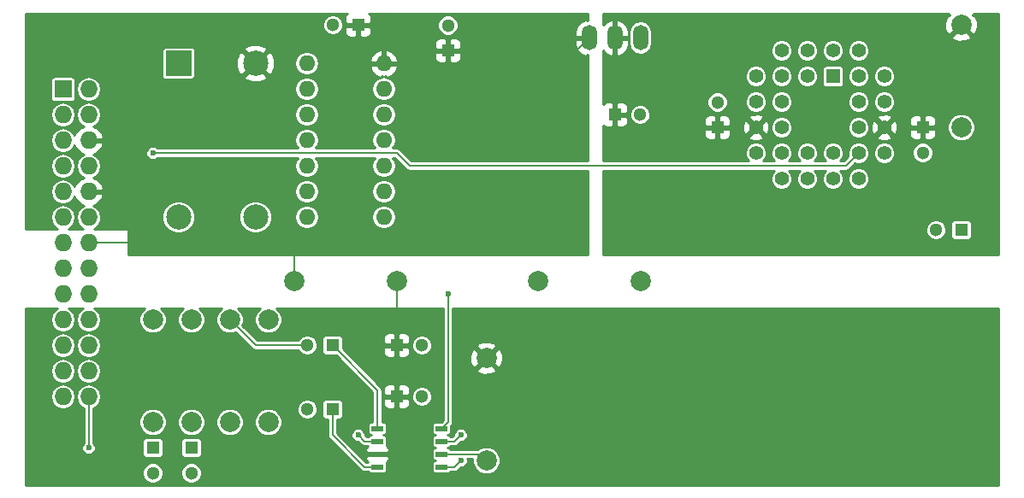
<source format=gbr>
G04 #@! TF.FileFunction,Copper,L1,Top,Signal*
%FSLAX46Y46*%
G04 Gerber Fmt 4.6, Leading zero omitted, Abs format (unit mm)*
G04 Created by KiCad (PCBNEW 4.0.5+dfsg1-4) date Sat Oct  6 15:16:14 2018*
%MOMM*%
%LPD*%
G01*
G04 APERTURE LIST*
%ADD10C,0.100000*%
%ADD11R,2.499360X2.499360*%
%ADD12C,2.499360*%
%ADD13R,1.300000X1.300000*%
%ADD14C,1.300000*%
%ADD15R,1.727200X1.727200*%
%ADD16O,1.727200X1.727200*%
%ADD17R,1.397000X1.397000*%
%ADD18C,1.397000*%
%ADD19R,1.143000X0.508000*%
%ADD20O,1.501140X2.499360*%
%ADD21O,1.600000X1.600000*%
%ADD22C,1.998980*%
%ADD23C,0.600000*%
%ADD24C,0.203200*%
%ADD25C,0.254000*%
G04 APERTURE END LIST*
D10*
D11*
X95250000Y-60960000D03*
D12*
X95250000Y-76200000D03*
X102870000Y-76200000D03*
X102870000Y-60960000D03*
D13*
X148590000Y-67310000D03*
D14*
X148590000Y-64810000D03*
D13*
X168910000Y-67310000D03*
D14*
X168910000Y-69810000D03*
D13*
X116840000Y-93980000D03*
D14*
X119340000Y-93980000D03*
D13*
X116840000Y-88900000D03*
D14*
X119340000Y-88900000D03*
D13*
X92710000Y-99060000D03*
D14*
X92710000Y-101560000D03*
D13*
X96520000Y-99060000D03*
D14*
X96520000Y-101560000D03*
D13*
X172720000Y-77470000D03*
D14*
X170220000Y-77470000D03*
D13*
X121920000Y-59690000D03*
D14*
X121920000Y-57190000D03*
D13*
X138430000Y-66040000D03*
D14*
X140930000Y-66040000D03*
D13*
X110490000Y-95250000D03*
D14*
X107990000Y-95250000D03*
D13*
X110490000Y-88900000D03*
D14*
X107990000Y-88900000D03*
D15*
X83820000Y-63500000D03*
D16*
X86360000Y-63500000D03*
X83820000Y-66040000D03*
X86360000Y-66040000D03*
X83820000Y-68580000D03*
X86360000Y-68580000D03*
X83820000Y-71120000D03*
X86360000Y-71120000D03*
X83820000Y-73660000D03*
X86360000Y-73660000D03*
X83820000Y-76200000D03*
X86360000Y-76200000D03*
X83820000Y-78740000D03*
X86360000Y-78740000D03*
X83820000Y-81280000D03*
X86360000Y-81280000D03*
X83820000Y-83820000D03*
X86360000Y-83820000D03*
X83820000Y-86360000D03*
X86360000Y-86360000D03*
X83820000Y-88900000D03*
X86360000Y-88900000D03*
X83820000Y-91440000D03*
X86360000Y-91440000D03*
X83820000Y-93980000D03*
X86360000Y-93980000D03*
D17*
X160020000Y-62230000D03*
D18*
X157480000Y-59690000D03*
X157480000Y-62230000D03*
X154940000Y-59690000D03*
X152400000Y-62230000D03*
X154940000Y-62230000D03*
X152400000Y-64770000D03*
X154940000Y-64770000D03*
X152400000Y-67310000D03*
X154940000Y-67310000D03*
X152400000Y-69850000D03*
X154940000Y-72390000D03*
X154940000Y-69850000D03*
X157480000Y-72390000D03*
X157480000Y-69850000D03*
X160020000Y-72390000D03*
X160020000Y-69850000D03*
X162560000Y-72390000D03*
X165100000Y-69850000D03*
X162560000Y-69850000D03*
X165100000Y-67310000D03*
X162560000Y-67310000D03*
X165100000Y-64770000D03*
X162560000Y-64770000D03*
X165100000Y-62230000D03*
X162560000Y-59690000D03*
X162560000Y-62230000D03*
X160020000Y-59690000D03*
D19*
X114935000Y-100965000D03*
X114935000Y-99695000D03*
X114935000Y-98425000D03*
X114935000Y-97155000D03*
X121285000Y-97155000D03*
X121285000Y-98425000D03*
X121285000Y-99695000D03*
X121285000Y-100965000D03*
D20*
X138430000Y-58420000D03*
X140970000Y-58420000D03*
X135890000Y-58420000D03*
D21*
X107950000Y-60960000D03*
X107950000Y-63500000D03*
X107950000Y-66040000D03*
X107950000Y-68580000D03*
X107950000Y-71120000D03*
X107950000Y-73660000D03*
X107950000Y-76200000D03*
X115570000Y-76200000D03*
X115570000Y-73660000D03*
X115570000Y-71120000D03*
X115570000Y-68580000D03*
X115570000Y-66040000D03*
X115570000Y-63500000D03*
X115570000Y-60960000D03*
D13*
X113030000Y-57150000D03*
D14*
X110530000Y-57150000D03*
D22*
X172720000Y-57150000D03*
X172720000Y-67310000D03*
X104140000Y-86360000D03*
X104140000Y-96520000D03*
X125730000Y-90170000D03*
X125730000Y-100330000D03*
X92710000Y-96520000D03*
X92710000Y-86360000D03*
X96520000Y-96520000D03*
X96520000Y-86360000D03*
X130810000Y-82550000D03*
X140970000Y-82550000D03*
X116840000Y-82550000D03*
X106680000Y-82550000D03*
X100330000Y-86360000D03*
X100330000Y-96520000D03*
D23*
X113030000Y-97790000D03*
X86360000Y-99060000D03*
X92710000Y-69850000D03*
X123190000Y-97790000D03*
X123190000Y-100330000D03*
X121920000Y-83820000D03*
D24*
X116840000Y-82550000D02*
X116840000Y-88900000D01*
X114935000Y-98425000D02*
X113665000Y-98425000D01*
X113665000Y-98425000D02*
X113030000Y-97790000D01*
X86360000Y-99060000D02*
X86360000Y-93980000D01*
X106680000Y-82550000D02*
X106680000Y-80010000D01*
X105410000Y-78740000D02*
X86360000Y-78740000D01*
X106680000Y-80010000D02*
X105410000Y-78740000D01*
X121920000Y-59690000D02*
X134620000Y-59690000D01*
X134620000Y-59690000D02*
X135890000Y-58420000D01*
X110490000Y-95250000D02*
X110490000Y-97790000D01*
X113665000Y-100965000D02*
X114935000Y-100965000D01*
X110490000Y-97790000D02*
X113665000Y-100965000D01*
X114935000Y-97155000D02*
X114935000Y-93345000D01*
X114935000Y-93345000D02*
X110490000Y-88900000D01*
X107990000Y-88900000D02*
X102870000Y-88900000D01*
X102870000Y-88900000D02*
X100330000Y-86360000D01*
X162560000Y-69850000D02*
X161290000Y-71120000D01*
X116840000Y-69850000D02*
X92710000Y-69850000D01*
X118110000Y-71120000D02*
X116840000Y-69850000D01*
X127000000Y-71120000D02*
X118110000Y-71120000D01*
X161290000Y-71120000D02*
X127000000Y-71120000D01*
X121285000Y-99695000D02*
X125095000Y-99695000D01*
X125095000Y-99695000D02*
X125730000Y-100330000D01*
X122555000Y-98425000D02*
X121285000Y-98425000D01*
X123190000Y-97790000D02*
X122555000Y-98425000D01*
X121285000Y-100965000D02*
X122555000Y-100965000D01*
X122555000Y-100965000D02*
X123190000Y-100330000D01*
X121285000Y-97155000D02*
X121920000Y-96520000D01*
X121920000Y-96520000D02*
X121920000Y-83820000D01*
D25*
G36*
X82915552Y-85479935D02*
X82645757Y-85883712D01*
X82551017Y-86360000D01*
X82645757Y-86836288D01*
X82915552Y-87240065D01*
X83319329Y-87509860D01*
X83795617Y-87604600D01*
X83844383Y-87604600D01*
X84320671Y-87509860D01*
X84724448Y-87240065D01*
X84994243Y-86836288D01*
X85088983Y-86360000D01*
X84994243Y-85883712D01*
X84724448Y-85479935D01*
X84330938Y-85217000D01*
X85849062Y-85217000D01*
X85455552Y-85479935D01*
X85185757Y-85883712D01*
X85091017Y-86360000D01*
X85185757Y-86836288D01*
X85455552Y-87240065D01*
X85859329Y-87509860D01*
X86335617Y-87604600D01*
X86384383Y-87604600D01*
X86860671Y-87509860D01*
X87264448Y-87240065D01*
X87534243Y-86836288D01*
X87628983Y-86360000D01*
X87534243Y-85883712D01*
X87264448Y-85479935D01*
X86870938Y-85217000D01*
X91900983Y-85217000D01*
X91540360Y-85576994D01*
X91329751Y-86084199D01*
X91329271Y-86633392D01*
X91538995Y-87140963D01*
X91926994Y-87529640D01*
X92434199Y-87740249D01*
X92983392Y-87740729D01*
X93490963Y-87531005D01*
X93879640Y-87143006D01*
X94090249Y-86635801D01*
X94090729Y-86086608D01*
X93881005Y-85579037D01*
X93519600Y-85217000D01*
X95710983Y-85217000D01*
X95350360Y-85576994D01*
X95139751Y-86084199D01*
X95139271Y-86633392D01*
X95348995Y-87140963D01*
X95736994Y-87529640D01*
X96244199Y-87740249D01*
X96793392Y-87740729D01*
X97300963Y-87531005D01*
X97689640Y-87143006D01*
X97900249Y-86635801D01*
X97900729Y-86086608D01*
X97691005Y-85579037D01*
X97329600Y-85217000D01*
X99520983Y-85217000D01*
X99160360Y-85576994D01*
X98949751Y-86084199D01*
X98949271Y-86633392D01*
X99158995Y-87140963D01*
X99546994Y-87529640D01*
X100054199Y-87740249D01*
X100603392Y-87740729D01*
X100904015Y-87616514D01*
X102528748Y-89241247D01*
X102528750Y-89241250D01*
X102685317Y-89345864D01*
X102870000Y-89382600D01*
X107073863Y-89382600D01*
X107115451Y-89483251D01*
X107405223Y-89773529D01*
X107784022Y-89930820D01*
X108194179Y-89931178D01*
X108573251Y-89774549D01*
X108863529Y-89484777D01*
X109020820Y-89105978D01*
X109021178Y-88695821D01*
X108864549Y-88316749D01*
X108797917Y-88250000D01*
X109451536Y-88250000D01*
X109451536Y-89550000D01*
X109478103Y-89691190D01*
X109561546Y-89820865D01*
X109688866Y-89907859D01*
X109840000Y-89938464D01*
X110845964Y-89938464D01*
X114452400Y-93544900D01*
X114452400Y-96512536D01*
X114363500Y-96512536D01*
X114222310Y-96539103D01*
X114092635Y-96622546D01*
X114005641Y-96749866D01*
X113975036Y-96901000D01*
X113975036Y-97409000D01*
X114001603Y-97550190D01*
X114085046Y-97679865D01*
X114212366Y-97766859D01*
X114325288Y-97789726D01*
X114222310Y-97809103D01*
X114092635Y-97892546D01*
X114058571Y-97942400D01*
X113864899Y-97942400D01*
X113711002Y-97788502D01*
X113711118Y-97655135D01*
X113607661Y-97404748D01*
X113416259Y-97213013D01*
X113166054Y-97109118D01*
X112895135Y-97108882D01*
X112644748Y-97212339D01*
X112453013Y-97403741D01*
X112349118Y-97653946D01*
X112348882Y-97924865D01*
X112452339Y-98175252D01*
X112643741Y-98366987D01*
X112893946Y-98470882D01*
X113028500Y-98470999D01*
X113323748Y-98766247D01*
X113323750Y-98766250D01*
X113419360Y-98830134D01*
X113480317Y-98870864D01*
X113665000Y-98907601D01*
X113665005Y-98907600D01*
X113998874Y-98907600D01*
X113825173Y-99081302D01*
X113728500Y-99314691D01*
X113728500Y-99409250D01*
X113887250Y-99568000D01*
X114808000Y-99568000D01*
X114808000Y-99548000D01*
X115062000Y-99548000D01*
X115062000Y-99568000D01*
X115982750Y-99568000D01*
X116141500Y-99409250D01*
X116141500Y-99314691D01*
X116044827Y-99081302D01*
X115866199Y-98902673D01*
X115826134Y-98886078D01*
X115864359Y-98830134D01*
X115894964Y-98679000D01*
X115894964Y-98171000D01*
X115868397Y-98029810D01*
X115784954Y-97900135D01*
X115657634Y-97813141D01*
X115544712Y-97790274D01*
X115647690Y-97770897D01*
X115777365Y-97687454D01*
X115864359Y-97560134D01*
X115894964Y-97409000D01*
X115894964Y-96901000D01*
X115868397Y-96759810D01*
X115784954Y-96630135D01*
X115657634Y-96543141D01*
X115506500Y-96512536D01*
X115417600Y-96512536D01*
X115417600Y-94265750D01*
X115555000Y-94265750D01*
X115555000Y-94756310D01*
X115651673Y-94989699D01*
X115830302Y-95168327D01*
X116063691Y-95265000D01*
X116554250Y-95265000D01*
X116713000Y-95106250D01*
X116713000Y-94107000D01*
X116967000Y-94107000D01*
X116967000Y-95106250D01*
X117125750Y-95265000D01*
X117616309Y-95265000D01*
X117849698Y-95168327D01*
X118028327Y-94989699D01*
X118125000Y-94756310D01*
X118125000Y-94265750D01*
X118043429Y-94184179D01*
X118308822Y-94184179D01*
X118465451Y-94563251D01*
X118755223Y-94853529D01*
X119134022Y-95010820D01*
X119544179Y-95011178D01*
X119923251Y-94854549D01*
X120213529Y-94564777D01*
X120370820Y-94185978D01*
X120371178Y-93775821D01*
X120214549Y-93396749D01*
X119924777Y-93106471D01*
X119545978Y-92949180D01*
X119135821Y-92948822D01*
X118756749Y-93105451D01*
X118466471Y-93395223D01*
X118309180Y-93774022D01*
X118308822Y-94184179D01*
X118043429Y-94184179D01*
X117966250Y-94107000D01*
X116967000Y-94107000D01*
X116713000Y-94107000D01*
X115713750Y-94107000D01*
X115555000Y-94265750D01*
X115417600Y-94265750D01*
X115417600Y-93345000D01*
X115389492Y-93203690D01*
X115555000Y-93203690D01*
X115555000Y-93694250D01*
X115713750Y-93853000D01*
X116713000Y-93853000D01*
X116713000Y-92853750D01*
X116967000Y-92853750D01*
X116967000Y-93853000D01*
X117966250Y-93853000D01*
X118125000Y-93694250D01*
X118125000Y-93203690D01*
X118028327Y-92970301D01*
X117849698Y-92791673D01*
X117616309Y-92695000D01*
X117125750Y-92695000D01*
X116967000Y-92853750D01*
X116713000Y-92853750D01*
X116554250Y-92695000D01*
X116063691Y-92695000D01*
X115830302Y-92791673D01*
X115651673Y-92970301D01*
X115555000Y-93203690D01*
X115389492Y-93203690D01*
X115380864Y-93160317D01*
X115276250Y-93003750D01*
X111528464Y-89255964D01*
X111528464Y-89185750D01*
X115555000Y-89185750D01*
X115555000Y-89676310D01*
X115651673Y-89909699D01*
X115830302Y-90088327D01*
X116063691Y-90185000D01*
X116554250Y-90185000D01*
X116713000Y-90026250D01*
X116713000Y-89027000D01*
X116967000Y-89027000D01*
X116967000Y-90026250D01*
X117125750Y-90185000D01*
X117616309Y-90185000D01*
X117849698Y-90088327D01*
X118028327Y-89909699D01*
X118125000Y-89676310D01*
X118125000Y-89185750D01*
X118043429Y-89104179D01*
X118308822Y-89104179D01*
X118465451Y-89483251D01*
X118755223Y-89773529D01*
X119134022Y-89930820D01*
X119544179Y-89931178D01*
X119923251Y-89774549D01*
X120213529Y-89484777D01*
X120370820Y-89105978D01*
X120371178Y-88695821D01*
X120214549Y-88316749D01*
X119924777Y-88026471D01*
X119545978Y-87869180D01*
X119135821Y-87868822D01*
X118756749Y-88025451D01*
X118466471Y-88315223D01*
X118309180Y-88694022D01*
X118308822Y-89104179D01*
X118043429Y-89104179D01*
X117966250Y-89027000D01*
X116967000Y-89027000D01*
X116713000Y-89027000D01*
X115713750Y-89027000D01*
X115555000Y-89185750D01*
X111528464Y-89185750D01*
X111528464Y-88250000D01*
X111504697Y-88123690D01*
X115555000Y-88123690D01*
X115555000Y-88614250D01*
X115713750Y-88773000D01*
X116713000Y-88773000D01*
X116713000Y-87773750D01*
X116967000Y-87773750D01*
X116967000Y-88773000D01*
X117966250Y-88773000D01*
X118125000Y-88614250D01*
X118125000Y-88123690D01*
X118028327Y-87890301D01*
X117849698Y-87711673D01*
X117616309Y-87615000D01*
X117125750Y-87615000D01*
X116967000Y-87773750D01*
X116713000Y-87773750D01*
X116554250Y-87615000D01*
X116063691Y-87615000D01*
X115830302Y-87711673D01*
X115651673Y-87890301D01*
X115555000Y-88123690D01*
X111504697Y-88123690D01*
X111501897Y-88108810D01*
X111418454Y-87979135D01*
X111291134Y-87892141D01*
X111140000Y-87861536D01*
X109840000Y-87861536D01*
X109698810Y-87888103D01*
X109569135Y-87971546D01*
X109482141Y-88098866D01*
X109451536Y-88250000D01*
X108797917Y-88250000D01*
X108574777Y-88026471D01*
X108195978Y-87869180D01*
X107785821Y-87868822D01*
X107406749Y-88025451D01*
X107116471Y-88315223D01*
X107074043Y-88417400D01*
X103069899Y-88417400D01*
X101586448Y-86933948D01*
X101710249Y-86635801D01*
X101710729Y-86086608D01*
X101501005Y-85579037D01*
X101139600Y-85217000D01*
X103330983Y-85217000D01*
X102970360Y-85576994D01*
X102759751Y-86084199D01*
X102759271Y-86633392D01*
X102968995Y-87140963D01*
X103356994Y-87529640D01*
X103864199Y-87740249D01*
X104413392Y-87740729D01*
X104920963Y-87531005D01*
X105309640Y-87143006D01*
X105520249Y-86635801D01*
X105520729Y-86086608D01*
X105311005Y-85579037D01*
X104949600Y-85217000D01*
X121437400Y-85217000D01*
X121437400Y-96320101D01*
X121244964Y-96512536D01*
X120713500Y-96512536D01*
X120572310Y-96539103D01*
X120442635Y-96622546D01*
X120355641Y-96749866D01*
X120325036Y-96901000D01*
X120325036Y-97409000D01*
X120351603Y-97550190D01*
X120435046Y-97679865D01*
X120562366Y-97766859D01*
X120675288Y-97789726D01*
X120572310Y-97809103D01*
X120442635Y-97892546D01*
X120355641Y-98019866D01*
X120325036Y-98171000D01*
X120325036Y-98679000D01*
X120351603Y-98820190D01*
X120435046Y-98949865D01*
X120562366Y-99036859D01*
X120675288Y-99059726D01*
X120572310Y-99079103D01*
X120442635Y-99162546D01*
X120355641Y-99289866D01*
X120325036Y-99441000D01*
X120325036Y-99949000D01*
X120351603Y-100090190D01*
X120435046Y-100219865D01*
X120562366Y-100306859D01*
X120675288Y-100329726D01*
X120572310Y-100349103D01*
X120442635Y-100432546D01*
X120355641Y-100559866D01*
X120325036Y-100711000D01*
X120325036Y-101219000D01*
X120351603Y-101360190D01*
X120435046Y-101489865D01*
X120562366Y-101576859D01*
X120713500Y-101607464D01*
X121856500Y-101607464D01*
X121997690Y-101580897D01*
X122127365Y-101497454D01*
X122161429Y-101447600D01*
X122555000Y-101447600D01*
X122739683Y-101410864D01*
X122896250Y-101306250D01*
X123191498Y-101011002D01*
X123324865Y-101011118D01*
X123575252Y-100907661D01*
X123766987Y-100716259D01*
X123870882Y-100466054D01*
X123871118Y-100195135D01*
X123863873Y-100177600D01*
X124349643Y-100177600D01*
X124349271Y-100603392D01*
X124558995Y-101110963D01*
X124946994Y-101499640D01*
X125454199Y-101710249D01*
X126003392Y-101710729D01*
X126510963Y-101501005D01*
X126899640Y-101113006D01*
X127110249Y-100605801D01*
X127110729Y-100056608D01*
X126901005Y-99549037D01*
X126513006Y-99160360D01*
X126005801Y-98949751D01*
X125456608Y-98949271D01*
X124949037Y-99158995D01*
X124895539Y-99212400D01*
X122162151Y-99212400D01*
X122134954Y-99170135D01*
X122007634Y-99083141D01*
X121894712Y-99060274D01*
X121997690Y-99040897D01*
X122127365Y-98957454D01*
X122161429Y-98907600D01*
X122555000Y-98907600D01*
X122739683Y-98870864D01*
X122896250Y-98766250D01*
X123191498Y-98471002D01*
X123324865Y-98471118D01*
X123575252Y-98367661D01*
X123766987Y-98176259D01*
X123870882Y-97926054D01*
X123871118Y-97655135D01*
X123767661Y-97404748D01*
X123576259Y-97213013D01*
X123326054Y-97109118D01*
X123055135Y-97108882D01*
X122804748Y-97212339D01*
X122613013Y-97403741D01*
X122509118Y-97653946D01*
X122509001Y-97788500D01*
X122355100Y-97942400D01*
X122162151Y-97942400D01*
X122134954Y-97900135D01*
X122007634Y-97813141D01*
X121894712Y-97790274D01*
X121997690Y-97770897D01*
X122127365Y-97687454D01*
X122214359Y-97560134D01*
X122244964Y-97409000D01*
X122244964Y-96901000D01*
X122241248Y-96881251D01*
X122261247Y-96861252D01*
X122261250Y-96861250D01*
X122365864Y-96704683D01*
X122380693Y-96630135D01*
X122402601Y-96520000D01*
X122402600Y-96519995D01*
X122402600Y-91322163D01*
X124757443Y-91322163D01*
X124856042Y-91588965D01*
X125465582Y-91815401D01*
X126115377Y-91791341D01*
X126603958Y-91588965D01*
X126702557Y-91322163D01*
X125730000Y-90349605D01*
X124757443Y-91322163D01*
X122402600Y-91322163D01*
X122402600Y-89905582D01*
X124084599Y-89905582D01*
X124108659Y-90555377D01*
X124311035Y-91043958D01*
X124577837Y-91142557D01*
X125550395Y-90170000D01*
X125909605Y-90170000D01*
X126882163Y-91142557D01*
X127148965Y-91043958D01*
X127375401Y-90434418D01*
X127351341Y-89784623D01*
X127148965Y-89296042D01*
X126882163Y-89197443D01*
X125909605Y-90170000D01*
X125550395Y-90170000D01*
X124577837Y-89197443D01*
X124311035Y-89296042D01*
X124084599Y-89905582D01*
X122402600Y-89905582D01*
X122402600Y-89017837D01*
X124757443Y-89017837D01*
X125730000Y-89990395D01*
X126702557Y-89017837D01*
X126603958Y-88751035D01*
X125994418Y-88524599D01*
X125344623Y-88548659D01*
X124856042Y-88751035D01*
X124757443Y-89017837D01*
X122402600Y-89017837D01*
X122402600Y-85217000D01*
X176403000Y-85217000D01*
X176403000Y-102743000D01*
X80137000Y-102743000D01*
X80137000Y-101764179D01*
X91678822Y-101764179D01*
X91835451Y-102143251D01*
X92125223Y-102433529D01*
X92504022Y-102590820D01*
X92914179Y-102591178D01*
X93293251Y-102434549D01*
X93583529Y-102144777D01*
X93740820Y-101765978D01*
X93740821Y-101764179D01*
X95488822Y-101764179D01*
X95645451Y-102143251D01*
X95935223Y-102433529D01*
X96314022Y-102590820D01*
X96724179Y-102591178D01*
X97103251Y-102434549D01*
X97393529Y-102144777D01*
X97550820Y-101765978D01*
X97551178Y-101355821D01*
X97394549Y-100976749D01*
X97104777Y-100686471D01*
X96725978Y-100529180D01*
X96315821Y-100528822D01*
X95936749Y-100685451D01*
X95646471Y-100975223D01*
X95489180Y-101354022D01*
X95488822Y-101764179D01*
X93740821Y-101764179D01*
X93741178Y-101355821D01*
X93584549Y-100976749D01*
X93294777Y-100686471D01*
X92915978Y-100529180D01*
X92505821Y-100528822D01*
X92126749Y-100685451D01*
X91836471Y-100975223D01*
X91679180Y-101354022D01*
X91678822Y-101764179D01*
X80137000Y-101764179D01*
X80137000Y-93980000D01*
X82551017Y-93980000D01*
X82645757Y-94456288D01*
X82915552Y-94860065D01*
X83319329Y-95129860D01*
X83795617Y-95224600D01*
X83844383Y-95224600D01*
X84320671Y-95129860D01*
X84724448Y-94860065D01*
X84994243Y-94456288D01*
X85088983Y-93980000D01*
X85091017Y-93980000D01*
X85185757Y-94456288D01*
X85455552Y-94860065D01*
X85859329Y-95129860D01*
X85877400Y-95133455D01*
X85877400Y-98579518D01*
X85783013Y-98673741D01*
X85679118Y-98923946D01*
X85678882Y-99194865D01*
X85782339Y-99445252D01*
X85973741Y-99636987D01*
X86223946Y-99740882D01*
X86494865Y-99741118D01*
X86745252Y-99637661D01*
X86936987Y-99446259D01*
X87040882Y-99196054D01*
X87041118Y-98925135D01*
X86937661Y-98674748D01*
X86842600Y-98579522D01*
X86842600Y-98410000D01*
X91671536Y-98410000D01*
X91671536Y-99710000D01*
X91698103Y-99851190D01*
X91781546Y-99980865D01*
X91908866Y-100067859D01*
X92060000Y-100098464D01*
X93360000Y-100098464D01*
X93501190Y-100071897D01*
X93630865Y-99988454D01*
X93717859Y-99861134D01*
X93748464Y-99710000D01*
X93748464Y-98410000D01*
X95481536Y-98410000D01*
X95481536Y-99710000D01*
X95508103Y-99851190D01*
X95591546Y-99980865D01*
X95718866Y-100067859D01*
X95870000Y-100098464D01*
X97170000Y-100098464D01*
X97311190Y-100071897D01*
X97440865Y-99988454D01*
X97527859Y-99861134D01*
X97558464Y-99710000D01*
X97558464Y-98410000D01*
X97531897Y-98268810D01*
X97448454Y-98139135D01*
X97321134Y-98052141D01*
X97170000Y-98021536D01*
X95870000Y-98021536D01*
X95728810Y-98048103D01*
X95599135Y-98131546D01*
X95512141Y-98258866D01*
X95481536Y-98410000D01*
X93748464Y-98410000D01*
X93721897Y-98268810D01*
X93638454Y-98139135D01*
X93511134Y-98052141D01*
X93360000Y-98021536D01*
X92060000Y-98021536D01*
X91918810Y-98048103D01*
X91789135Y-98131546D01*
X91702141Y-98258866D01*
X91671536Y-98410000D01*
X86842600Y-98410000D01*
X86842600Y-96793392D01*
X91329271Y-96793392D01*
X91538995Y-97300963D01*
X91926994Y-97689640D01*
X92434199Y-97900249D01*
X92983392Y-97900729D01*
X93490963Y-97691005D01*
X93879640Y-97303006D01*
X94090249Y-96795801D01*
X94090251Y-96793392D01*
X95139271Y-96793392D01*
X95348995Y-97300963D01*
X95736994Y-97689640D01*
X96244199Y-97900249D01*
X96793392Y-97900729D01*
X97300963Y-97691005D01*
X97689640Y-97303006D01*
X97900249Y-96795801D01*
X97900251Y-96793392D01*
X98949271Y-96793392D01*
X99158995Y-97300963D01*
X99546994Y-97689640D01*
X100054199Y-97900249D01*
X100603392Y-97900729D01*
X101110963Y-97691005D01*
X101499640Y-97303006D01*
X101710249Y-96795801D01*
X101710251Y-96793392D01*
X102759271Y-96793392D01*
X102968995Y-97300963D01*
X103356994Y-97689640D01*
X103864199Y-97900249D01*
X104413392Y-97900729D01*
X104920963Y-97691005D01*
X105309640Y-97303006D01*
X105520249Y-96795801D01*
X105520729Y-96246608D01*
X105311005Y-95739037D01*
X105026644Y-95454179D01*
X106958822Y-95454179D01*
X107115451Y-95833251D01*
X107405223Y-96123529D01*
X107784022Y-96280820D01*
X108194179Y-96281178D01*
X108573251Y-96124549D01*
X108863529Y-95834777D01*
X109020820Y-95455978D01*
X109021178Y-95045821D01*
X108864549Y-94666749D01*
X108797917Y-94600000D01*
X109451536Y-94600000D01*
X109451536Y-95900000D01*
X109478103Y-96041190D01*
X109561546Y-96170865D01*
X109688866Y-96257859D01*
X109840000Y-96288464D01*
X110007400Y-96288464D01*
X110007400Y-97790000D01*
X110044136Y-97974683D01*
X110148750Y-98131250D01*
X113323750Y-101306250D01*
X113480317Y-101410864D01*
X113665000Y-101447600D01*
X114057849Y-101447600D01*
X114085046Y-101489865D01*
X114212366Y-101576859D01*
X114363500Y-101607464D01*
X115506500Y-101607464D01*
X115647690Y-101580897D01*
X115777365Y-101497454D01*
X115864359Y-101370134D01*
X115894964Y-101219000D01*
X115894964Y-100711000D01*
X115868397Y-100569810D01*
X115826028Y-100503966D01*
X115866199Y-100487327D01*
X116044827Y-100308698D01*
X116141500Y-100075309D01*
X116141500Y-99980750D01*
X115982750Y-99822000D01*
X115062000Y-99822000D01*
X115062000Y-99842000D01*
X114808000Y-99842000D01*
X114808000Y-99822000D01*
X113887250Y-99822000D01*
X113728500Y-99980750D01*
X113728500Y-100075309D01*
X113825173Y-100308698D01*
X113998874Y-100482400D01*
X113864900Y-100482400D01*
X110972600Y-97590100D01*
X110972600Y-96288464D01*
X111140000Y-96288464D01*
X111281190Y-96261897D01*
X111410865Y-96178454D01*
X111497859Y-96051134D01*
X111528464Y-95900000D01*
X111528464Y-94600000D01*
X111501897Y-94458810D01*
X111418454Y-94329135D01*
X111291134Y-94242141D01*
X111140000Y-94211536D01*
X109840000Y-94211536D01*
X109698810Y-94238103D01*
X109569135Y-94321546D01*
X109482141Y-94448866D01*
X109451536Y-94600000D01*
X108797917Y-94600000D01*
X108574777Y-94376471D01*
X108195978Y-94219180D01*
X107785821Y-94218822D01*
X107406749Y-94375451D01*
X107116471Y-94665223D01*
X106959180Y-95044022D01*
X106958822Y-95454179D01*
X105026644Y-95454179D01*
X104923006Y-95350360D01*
X104415801Y-95139751D01*
X103866608Y-95139271D01*
X103359037Y-95348995D01*
X102970360Y-95736994D01*
X102759751Y-96244199D01*
X102759271Y-96793392D01*
X101710251Y-96793392D01*
X101710729Y-96246608D01*
X101501005Y-95739037D01*
X101113006Y-95350360D01*
X100605801Y-95139751D01*
X100056608Y-95139271D01*
X99549037Y-95348995D01*
X99160360Y-95736994D01*
X98949751Y-96244199D01*
X98949271Y-96793392D01*
X97900251Y-96793392D01*
X97900729Y-96246608D01*
X97691005Y-95739037D01*
X97303006Y-95350360D01*
X96795801Y-95139751D01*
X96246608Y-95139271D01*
X95739037Y-95348995D01*
X95350360Y-95736994D01*
X95139751Y-96244199D01*
X95139271Y-96793392D01*
X94090251Y-96793392D01*
X94090729Y-96246608D01*
X93881005Y-95739037D01*
X93493006Y-95350360D01*
X92985801Y-95139751D01*
X92436608Y-95139271D01*
X91929037Y-95348995D01*
X91540360Y-95736994D01*
X91329751Y-96244199D01*
X91329271Y-96793392D01*
X86842600Y-96793392D01*
X86842600Y-95133455D01*
X86860671Y-95129860D01*
X87264448Y-94860065D01*
X87534243Y-94456288D01*
X87628983Y-93980000D01*
X87534243Y-93503712D01*
X87264448Y-93099935D01*
X86860671Y-92830140D01*
X86384383Y-92735400D01*
X86335617Y-92735400D01*
X85859329Y-92830140D01*
X85455552Y-93099935D01*
X85185757Y-93503712D01*
X85091017Y-93980000D01*
X85088983Y-93980000D01*
X84994243Y-93503712D01*
X84724448Y-93099935D01*
X84320671Y-92830140D01*
X83844383Y-92735400D01*
X83795617Y-92735400D01*
X83319329Y-92830140D01*
X82915552Y-93099935D01*
X82645757Y-93503712D01*
X82551017Y-93980000D01*
X80137000Y-93980000D01*
X80137000Y-91440000D01*
X82551017Y-91440000D01*
X82645757Y-91916288D01*
X82915552Y-92320065D01*
X83319329Y-92589860D01*
X83795617Y-92684600D01*
X83844383Y-92684600D01*
X84320671Y-92589860D01*
X84724448Y-92320065D01*
X84994243Y-91916288D01*
X85088983Y-91440000D01*
X85091017Y-91440000D01*
X85185757Y-91916288D01*
X85455552Y-92320065D01*
X85859329Y-92589860D01*
X86335617Y-92684600D01*
X86384383Y-92684600D01*
X86860671Y-92589860D01*
X87264448Y-92320065D01*
X87534243Y-91916288D01*
X87628983Y-91440000D01*
X87534243Y-90963712D01*
X87264448Y-90559935D01*
X86860671Y-90290140D01*
X86384383Y-90195400D01*
X86335617Y-90195400D01*
X85859329Y-90290140D01*
X85455552Y-90559935D01*
X85185757Y-90963712D01*
X85091017Y-91440000D01*
X85088983Y-91440000D01*
X84994243Y-90963712D01*
X84724448Y-90559935D01*
X84320671Y-90290140D01*
X83844383Y-90195400D01*
X83795617Y-90195400D01*
X83319329Y-90290140D01*
X82915552Y-90559935D01*
X82645757Y-90963712D01*
X82551017Y-91440000D01*
X80137000Y-91440000D01*
X80137000Y-88900000D01*
X82551017Y-88900000D01*
X82645757Y-89376288D01*
X82915552Y-89780065D01*
X83319329Y-90049860D01*
X83795617Y-90144600D01*
X83844383Y-90144600D01*
X84320671Y-90049860D01*
X84724448Y-89780065D01*
X84994243Y-89376288D01*
X85088983Y-88900000D01*
X85091017Y-88900000D01*
X85185757Y-89376288D01*
X85455552Y-89780065D01*
X85859329Y-90049860D01*
X86335617Y-90144600D01*
X86384383Y-90144600D01*
X86860671Y-90049860D01*
X87264448Y-89780065D01*
X87534243Y-89376288D01*
X87628983Y-88900000D01*
X87534243Y-88423712D01*
X87264448Y-88019935D01*
X86860671Y-87750140D01*
X86384383Y-87655400D01*
X86335617Y-87655400D01*
X85859329Y-87750140D01*
X85455552Y-88019935D01*
X85185757Y-88423712D01*
X85091017Y-88900000D01*
X85088983Y-88900000D01*
X84994243Y-88423712D01*
X84724448Y-88019935D01*
X84320671Y-87750140D01*
X83844383Y-87655400D01*
X83795617Y-87655400D01*
X83319329Y-87750140D01*
X82915552Y-88019935D01*
X82645757Y-88423712D01*
X82551017Y-88900000D01*
X80137000Y-88900000D01*
X80137000Y-85217000D01*
X83309062Y-85217000D01*
X82915552Y-85479935D01*
X82915552Y-85479935D01*
G37*
X82915552Y-85479935D02*
X82645757Y-85883712D01*
X82551017Y-86360000D01*
X82645757Y-86836288D01*
X82915552Y-87240065D01*
X83319329Y-87509860D01*
X83795617Y-87604600D01*
X83844383Y-87604600D01*
X84320671Y-87509860D01*
X84724448Y-87240065D01*
X84994243Y-86836288D01*
X85088983Y-86360000D01*
X84994243Y-85883712D01*
X84724448Y-85479935D01*
X84330938Y-85217000D01*
X85849062Y-85217000D01*
X85455552Y-85479935D01*
X85185757Y-85883712D01*
X85091017Y-86360000D01*
X85185757Y-86836288D01*
X85455552Y-87240065D01*
X85859329Y-87509860D01*
X86335617Y-87604600D01*
X86384383Y-87604600D01*
X86860671Y-87509860D01*
X87264448Y-87240065D01*
X87534243Y-86836288D01*
X87628983Y-86360000D01*
X87534243Y-85883712D01*
X87264448Y-85479935D01*
X86870938Y-85217000D01*
X91900983Y-85217000D01*
X91540360Y-85576994D01*
X91329751Y-86084199D01*
X91329271Y-86633392D01*
X91538995Y-87140963D01*
X91926994Y-87529640D01*
X92434199Y-87740249D01*
X92983392Y-87740729D01*
X93490963Y-87531005D01*
X93879640Y-87143006D01*
X94090249Y-86635801D01*
X94090729Y-86086608D01*
X93881005Y-85579037D01*
X93519600Y-85217000D01*
X95710983Y-85217000D01*
X95350360Y-85576994D01*
X95139751Y-86084199D01*
X95139271Y-86633392D01*
X95348995Y-87140963D01*
X95736994Y-87529640D01*
X96244199Y-87740249D01*
X96793392Y-87740729D01*
X97300963Y-87531005D01*
X97689640Y-87143006D01*
X97900249Y-86635801D01*
X97900729Y-86086608D01*
X97691005Y-85579037D01*
X97329600Y-85217000D01*
X99520983Y-85217000D01*
X99160360Y-85576994D01*
X98949751Y-86084199D01*
X98949271Y-86633392D01*
X99158995Y-87140963D01*
X99546994Y-87529640D01*
X100054199Y-87740249D01*
X100603392Y-87740729D01*
X100904015Y-87616514D01*
X102528748Y-89241247D01*
X102528750Y-89241250D01*
X102685317Y-89345864D01*
X102870000Y-89382600D01*
X107073863Y-89382600D01*
X107115451Y-89483251D01*
X107405223Y-89773529D01*
X107784022Y-89930820D01*
X108194179Y-89931178D01*
X108573251Y-89774549D01*
X108863529Y-89484777D01*
X109020820Y-89105978D01*
X109021178Y-88695821D01*
X108864549Y-88316749D01*
X108797917Y-88250000D01*
X109451536Y-88250000D01*
X109451536Y-89550000D01*
X109478103Y-89691190D01*
X109561546Y-89820865D01*
X109688866Y-89907859D01*
X109840000Y-89938464D01*
X110845964Y-89938464D01*
X114452400Y-93544900D01*
X114452400Y-96512536D01*
X114363500Y-96512536D01*
X114222310Y-96539103D01*
X114092635Y-96622546D01*
X114005641Y-96749866D01*
X113975036Y-96901000D01*
X113975036Y-97409000D01*
X114001603Y-97550190D01*
X114085046Y-97679865D01*
X114212366Y-97766859D01*
X114325288Y-97789726D01*
X114222310Y-97809103D01*
X114092635Y-97892546D01*
X114058571Y-97942400D01*
X113864899Y-97942400D01*
X113711002Y-97788502D01*
X113711118Y-97655135D01*
X113607661Y-97404748D01*
X113416259Y-97213013D01*
X113166054Y-97109118D01*
X112895135Y-97108882D01*
X112644748Y-97212339D01*
X112453013Y-97403741D01*
X112349118Y-97653946D01*
X112348882Y-97924865D01*
X112452339Y-98175252D01*
X112643741Y-98366987D01*
X112893946Y-98470882D01*
X113028500Y-98470999D01*
X113323748Y-98766247D01*
X113323750Y-98766250D01*
X113419360Y-98830134D01*
X113480317Y-98870864D01*
X113665000Y-98907601D01*
X113665005Y-98907600D01*
X113998874Y-98907600D01*
X113825173Y-99081302D01*
X113728500Y-99314691D01*
X113728500Y-99409250D01*
X113887250Y-99568000D01*
X114808000Y-99568000D01*
X114808000Y-99548000D01*
X115062000Y-99548000D01*
X115062000Y-99568000D01*
X115982750Y-99568000D01*
X116141500Y-99409250D01*
X116141500Y-99314691D01*
X116044827Y-99081302D01*
X115866199Y-98902673D01*
X115826134Y-98886078D01*
X115864359Y-98830134D01*
X115894964Y-98679000D01*
X115894964Y-98171000D01*
X115868397Y-98029810D01*
X115784954Y-97900135D01*
X115657634Y-97813141D01*
X115544712Y-97790274D01*
X115647690Y-97770897D01*
X115777365Y-97687454D01*
X115864359Y-97560134D01*
X115894964Y-97409000D01*
X115894964Y-96901000D01*
X115868397Y-96759810D01*
X115784954Y-96630135D01*
X115657634Y-96543141D01*
X115506500Y-96512536D01*
X115417600Y-96512536D01*
X115417600Y-94265750D01*
X115555000Y-94265750D01*
X115555000Y-94756310D01*
X115651673Y-94989699D01*
X115830302Y-95168327D01*
X116063691Y-95265000D01*
X116554250Y-95265000D01*
X116713000Y-95106250D01*
X116713000Y-94107000D01*
X116967000Y-94107000D01*
X116967000Y-95106250D01*
X117125750Y-95265000D01*
X117616309Y-95265000D01*
X117849698Y-95168327D01*
X118028327Y-94989699D01*
X118125000Y-94756310D01*
X118125000Y-94265750D01*
X118043429Y-94184179D01*
X118308822Y-94184179D01*
X118465451Y-94563251D01*
X118755223Y-94853529D01*
X119134022Y-95010820D01*
X119544179Y-95011178D01*
X119923251Y-94854549D01*
X120213529Y-94564777D01*
X120370820Y-94185978D01*
X120371178Y-93775821D01*
X120214549Y-93396749D01*
X119924777Y-93106471D01*
X119545978Y-92949180D01*
X119135821Y-92948822D01*
X118756749Y-93105451D01*
X118466471Y-93395223D01*
X118309180Y-93774022D01*
X118308822Y-94184179D01*
X118043429Y-94184179D01*
X117966250Y-94107000D01*
X116967000Y-94107000D01*
X116713000Y-94107000D01*
X115713750Y-94107000D01*
X115555000Y-94265750D01*
X115417600Y-94265750D01*
X115417600Y-93345000D01*
X115389492Y-93203690D01*
X115555000Y-93203690D01*
X115555000Y-93694250D01*
X115713750Y-93853000D01*
X116713000Y-93853000D01*
X116713000Y-92853750D01*
X116967000Y-92853750D01*
X116967000Y-93853000D01*
X117966250Y-93853000D01*
X118125000Y-93694250D01*
X118125000Y-93203690D01*
X118028327Y-92970301D01*
X117849698Y-92791673D01*
X117616309Y-92695000D01*
X117125750Y-92695000D01*
X116967000Y-92853750D01*
X116713000Y-92853750D01*
X116554250Y-92695000D01*
X116063691Y-92695000D01*
X115830302Y-92791673D01*
X115651673Y-92970301D01*
X115555000Y-93203690D01*
X115389492Y-93203690D01*
X115380864Y-93160317D01*
X115276250Y-93003750D01*
X111528464Y-89255964D01*
X111528464Y-89185750D01*
X115555000Y-89185750D01*
X115555000Y-89676310D01*
X115651673Y-89909699D01*
X115830302Y-90088327D01*
X116063691Y-90185000D01*
X116554250Y-90185000D01*
X116713000Y-90026250D01*
X116713000Y-89027000D01*
X116967000Y-89027000D01*
X116967000Y-90026250D01*
X117125750Y-90185000D01*
X117616309Y-90185000D01*
X117849698Y-90088327D01*
X118028327Y-89909699D01*
X118125000Y-89676310D01*
X118125000Y-89185750D01*
X118043429Y-89104179D01*
X118308822Y-89104179D01*
X118465451Y-89483251D01*
X118755223Y-89773529D01*
X119134022Y-89930820D01*
X119544179Y-89931178D01*
X119923251Y-89774549D01*
X120213529Y-89484777D01*
X120370820Y-89105978D01*
X120371178Y-88695821D01*
X120214549Y-88316749D01*
X119924777Y-88026471D01*
X119545978Y-87869180D01*
X119135821Y-87868822D01*
X118756749Y-88025451D01*
X118466471Y-88315223D01*
X118309180Y-88694022D01*
X118308822Y-89104179D01*
X118043429Y-89104179D01*
X117966250Y-89027000D01*
X116967000Y-89027000D01*
X116713000Y-89027000D01*
X115713750Y-89027000D01*
X115555000Y-89185750D01*
X111528464Y-89185750D01*
X111528464Y-88250000D01*
X111504697Y-88123690D01*
X115555000Y-88123690D01*
X115555000Y-88614250D01*
X115713750Y-88773000D01*
X116713000Y-88773000D01*
X116713000Y-87773750D01*
X116967000Y-87773750D01*
X116967000Y-88773000D01*
X117966250Y-88773000D01*
X118125000Y-88614250D01*
X118125000Y-88123690D01*
X118028327Y-87890301D01*
X117849698Y-87711673D01*
X117616309Y-87615000D01*
X117125750Y-87615000D01*
X116967000Y-87773750D01*
X116713000Y-87773750D01*
X116554250Y-87615000D01*
X116063691Y-87615000D01*
X115830302Y-87711673D01*
X115651673Y-87890301D01*
X115555000Y-88123690D01*
X111504697Y-88123690D01*
X111501897Y-88108810D01*
X111418454Y-87979135D01*
X111291134Y-87892141D01*
X111140000Y-87861536D01*
X109840000Y-87861536D01*
X109698810Y-87888103D01*
X109569135Y-87971546D01*
X109482141Y-88098866D01*
X109451536Y-88250000D01*
X108797917Y-88250000D01*
X108574777Y-88026471D01*
X108195978Y-87869180D01*
X107785821Y-87868822D01*
X107406749Y-88025451D01*
X107116471Y-88315223D01*
X107074043Y-88417400D01*
X103069899Y-88417400D01*
X101586448Y-86933948D01*
X101710249Y-86635801D01*
X101710729Y-86086608D01*
X101501005Y-85579037D01*
X101139600Y-85217000D01*
X103330983Y-85217000D01*
X102970360Y-85576994D01*
X102759751Y-86084199D01*
X102759271Y-86633392D01*
X102968995Y-87140963D01*
X103356994Y-87529640D01*
X103864199Y-87740249D01*
X104413392Y-87740729D01*
X104920963Y-87531005D01*
X105309640Y-87143006D01*
X105520249Y-86635801D01*
X105520729Y-86086608D01*
X105311005Y-85579037D01*
X104949600Y-85217000D01*
X121437400Y-85217000D01*
X121437400Y-96320101D01*
X121244964Y-96512536D01*
X120713500Y-96512536D01*
X120572310Y-96539103D01*
X120442635Y-96622546D01*
X120355641Y-96749866D01*
X120325036Y-96901000D01*
X120325036Y-97409000D01*
X120351603Y-97550190D01*
X120435046Y-97679865D01*
X120562366Y-97766859D01*
X120675288Y-97789726D01*
X120572310Y-97809103D01*
X120442635Y-97892546D01*
X120355641Y-98019866D01*
X120325036Y-98171000D01*
X120325036Y-98679000D01*
X120351603Y-98820190D01*
X120435046Y-98949865D01*
X120562366Y-99036859D01*
X120675288Y-99059726D01*
X120572310Y-99079103D01*
X120442635Y-99162546D01*
X120355641Y-99289866D01*
X120325036Y-99441000D01*
X120325036Y-99949000D01*
X120351603Y-100090190D01*
X120435046Y-100219865D01*
X120562366Y-100306859D01*
X120675288Y-100329726D01*
X120572310Y-100349103D01*
X120442635Y-100432546D01*
X120355641Y-100559866D01*
X120325036Y-100711000D01*
X120325036Y-101219000D01*
X120351603Y-101360190D01*
X120435046Y-101489865D01*
X120562366Y-101576859D01*
X120713500Y-101607464D01*
X121856500Y-101607464D01*
X121997690Y-101580897D01*
X122127365Y-101497454D01*
X122161429Y-101447600D01*
X122555000Y-101447600D01*
X122739683Y-101410864D01*
X122896250Y-101306250D01*
X123191498Y-101011002D01*
X123324865Y-101011118D01*
X123575252Y-100907661D01*
X123766987Y-100716259D01*
X123870882Y-100466054D01*
X123871118Y-100195135D01*
X123863873Y-100177600D01*
X124349643Y-100177600D01*
X124349271Y-100603392D01*
X124558995Y-101110963D01*
X124946994Y-101499640D01*
X125454199Y-101710249D01*
X126003392Y-101710729D01*
X126510963Y-101501005D01*
X126899640Y-101113006D01*
X127110249Y-100605801D01*
X127110729Y-100056608D01*
X126901005Y-99549037D01*
X126513006Y-99160360D01*
X126005801Y-98949751D01*
X125456608Y-98949271D01*
X124949037Y-99158995D01*
X124895539Y-99212400D01*
X122162151Y-99212400D01*
X122134954Y-99170135D01*
X122007634Y-99083141D01*
X121894712Y-99060274D01*
X121997690Y-99040897D01*
X122127365Y-98957454D01*
X122161429Y-98907600D01*
X122555000Y-98907600D01*
X122739683Y-98870864D01*
X122896250Y-98766250D01*
X123191498Y-98471002D01*
X123324865Y-98471118D01*
X123575252Y-98367661D01*
X123766987Y-98176259D01*
X123870882Y-97926054D01*
X123871118Y-97655135D01*
X123767661Y-97404748D01*
X123576259Y-97213013D01*
X123326054Y-97109118D01*
X123055135Y-97108882D01*
X122804748Y-97212339D01*
X122613013Y-97403741D01*
X122509118Y-97653946D01*
X122509001Y-97788500D01*
X122355100Y-97942400D01*
X122162151Y-97942400D01*
X122134954Y-97900135D01*
X122007634Y-97813141D01*
X121894712Y-97790274D01*
X121997690Y-97770897D01*
X122127365Y-97687454D01*
X122214359Y-97560134D01*
X122244964Y-97409000D01*
X122244964Y-96901000D01*
X122241248Y-96881251D01*
X122261247Y-96861252D01*
X122261250Y-96861250D01*
X122365864Y-96704683D01*
X122380693Y-96630135D01*
X122402601Y-96520000D01*
X122402600Y-96519995D01*
X122402600Y-91322163D01*
X124757443Y-91322163D01*
X124856042Y-91588965D01*
X125465582Y-91815401D01*
X126115377Y-91791341D01*
X126603958Y-91588965D01*
X126702557Y-91322163D01*
X125730000Y-90349605D01*
X124757443Y-91322163D01*
X122402600Y-91322163D01*
X122402600Y-89905582D01*
X124084599Y-89905582D01*
X124108659Y-90555377D01*
X124311035Y-91043958D01*
X124577837Y-91142557D01*
X125550395Y-90170000D01*
X125909605Y-90170000D01*
X126882163Y-91142557D01*
X127148965Y-91043958D01*
X127375401Y-90434418D01*
X127351341Y-89784623D01*
X127148965Y-89296042D01*
X126882163Y-89197443D01*
X125909605Y-90170000D01*
X125550395Y-90170000D01*
X124577837Y-89197443D01*
X124311035Y-89296042D01*
X124084599Y-89905582D01*
X122402600Y-89905582D01*
X122402600Y-89017837D01*
X124757443Y-89017837D01*
X125730000Y-89990395D01*
X126702557Y-89017837D01*
X126603958Y-88751035D01*
X125994418Y-88524599D01*
X125344623Y-88548659D01*
X124856042Y-88751035D01*
X124757443Y-89017837D01*
X122402600Y-89017837D01*
X122402600Y-85217000D01*
X176403000Y-85217000D01*
X176403000Y-102743000D01*
X80137000Y-102743000D01*
X80137000Y-101764179D01*
X91678822Y-101764179D01*
X91835451Y-102143251D01*
X92125223Y-102433529D01*
X92504022Y-102590820D01*
X92914179Y-102591178D01*
X93293251Y-102434549D01*
X93583529Y-102144777D01*
X93740820Y-101765978D01*
X93740821Y-101764179D01*
X95488822Y-101764179D01*
X95645451Y-102143251D01*
X95935223Y-102433529D01*
X96314022Y-102590820D01*
X96724179Y-102591178D01*
X97103251Y-102434549D01*
X97393529Y-102144777D01*
X97550820Y-101765978D01*
X97551178Y-101355821D01*
X97394549Y-100976749D01*
X97104777Y-100686471D01*
X96725978Y-100529180D01*
X96315821Y-100528822D01*
X95936749Y-100685451D01*
X95646471Y-100975223D01*
X95489180Y-101354022D01*
X95488822Y-101764179D01*
X93740821Y-101764179D01*
X93741178Y-101355821D01*
X93584549Y-100976749D01*
X93294777Y-100686471D01*
X92915978Y-100529180D01*
X92505821Y-100528822D01*
X92126749Y-100685451D01*
X91836471Y-100975223D01*
X91679180Y-101354022D01*
X91678822Y-101764179D01*
X80137000Y-101764179D01*
X80137000Y-93980000D01*
X82551017Y-93980000D01*
X82645757Y-94456288D01*
X82915552Y-94860065D01*
X83319329Y-95129860D01*
X83795617Y-95224600D01*
X83844383Y-95224600D01*
X84320671Y-95129860D01*
X84724448Y-94860065D01*
X84994243Y-94456288D01*
X85088983Y-93980000D01*
X85091017Y-93980000D01*
X85185757Y-94456288D01*
X85455552Y-94860065D01*
X85859329Y-95129860D01*
X85877400Y-95133455D01*
X85877400Y-98579518D01*
X85783013Y-98673741D01*
X85679118Y-98923946D01*
X85678882Y-99194865D01*
X85782339Y-99445252D01*
X85973741Y-99636987D01*
X86223946Y-99740882D01*
X86494865Y-99741118D01*
X86745252Y-99637661D01*
X86936987Y-99446259D01*
X87040882Y-99196054D01*
X87041118Y-98925135D01*
X86937661Y-98674748D01*
X86842600Y-98579522D01*
X86842600Y-98410000D01*
X91671536Y-98410000D01*
X91671536Y-99710000D01*
X91698103Y-99851190D01*
X91781546Y-99980865D01*
X91908866Y-100067859D01*
X92060000Y-100098464D01*
X93360000Y-100098464D01*
X93501190Y-100071897D01*
X93630865Y-99988454D01*
X93717859Y-99861134D01*
X93748464Y-99710000D01*
X93748464Y-98410000D01*
X95481536Y-98410000D01*
X95481536Y-99710000D01*
X95508103Y-99851190D01*
X95591546Y-99980865D01*
X95718866Y-100067859D01*
X95870000Y-100098464D01*
X97170000Y-100098464D01*
X97311190Y-100071897D01*
X97440865Y-99988454D01*
X97527859Y-99861134D01*
X97558464Y-99710000D01*
X97558464Y-98410000D01*
X97531897Y-98268810D01*
X97448454Y-98139135D01*
X97321134Y-98052141D01*
X97170000Y-98021536D01*
X95870000Y-98021536D01*
X95728810Y-98048103D01*
X95599135Y-98131546D01*
X95512141Y-98258866D01*
X95481536Y-98410000D01*
X93748464Y-98410000D01*
X93721897Y-98268810D01*
X93638454Y-98139135D01*
X93511134Y-98052141D01*
X93360000Y-98021536D01*
X92060000Y-98021536D01*
X91918810Y-98048103D01*
X91789135Y-98131546D01*
X91702141Y-98258866D01*
X91671536Y-98410000D01*
X86842600Y-98410000D01*
X86842600Y-96793392D01*
X91329271Y-96793392D01*
X91538995Y-97300963D01*
X91926994Y-97689640D01*
X92434199Y-97900249D01*
X92983392Y-97900729D01*
X93490963Y-97691005D01*
X93879640Y-97303006D01*
X94090249Y-96795801D01*
X94090251Y-96793392D01*
X95139271Y-96793392D01*
X95348995Y-97300963D01*
X95736994Y-97689640D01*
X96244199Y-97900249D01*
X96793392Y-97900729D01*
X97300963Y-97691005D01*
X97689640Y-97303006D01*
X97900249Y-96795801D01*
X97900251Y-96793392D01*
X98949271Y-96793392D01*
X99158995Y-97300963D01*
X99546994Y-97689640D01*
X100054199Y-97900249D01*
X100603392Y-97900729D01*
X101110963Y-97691005D01*
X101499640Y-97303006D01*
X101710249Y-96795801D01*
X101710251Y-96793392D01*
X102759271Y-96793392D01*
X102968995Y-97300963D01*
X103356994Y-97689640D01*
X103864199Y-97900249D01*
X104413392Y-97900729D01*
X104920963Y-97691005D01*
X105309640Y-97303006D01*
X105520249Y-96795801D01*
X105520729Y-96246608D01*
X105311005Y-95739037D01*
X105026644Y-95454179D01*
X106958822Y-95454179D01*
X107115451Y-95833251D01*
X107405223Y-96123529D01*
X107784022Y-96280820D01*
X108194179Y-96281178D01*
X108573251Y-96124549D01*
X108863529Y-95834777D01*
X109020820Y-95455978D01*
X109021178Y-95045821D01*
X108864549Y-94666749D01*
X108797917Y-94600000D01*
X109451536Y-94600000D01*
X109451536Y-95900000D01*
X109478103Y-96041190D01*
X109561546Y-96170865D01*
X109688866Y-96257859D01*
X109840000Y-96288464D01*
X110007400Y-96288464D01*
X110007400Y-97790000D01*
X110044136Y-97974683D01*
X110148750Y-98131250D01*
X113323750Y-101306250D01*
X113480317Y-101410864D01*
X113665000Y-101447600D01*
X114057849Y-101447600D01*
X114085046Y-101489865D01*
X114212366Y-101576859D01*
X114363500Y-101607464D01*
X115506500Y-101607464D01*
X115647690Y-101580897D01*
X115777365Y-101497454D01*
X115864359Y-101370134D01*
X115894964Y-101219000D01*
X115894964Y-100711000D01*
X115868397Y-100569810D01*
X115826028Y-100503966D01*
X115866199Y-100487327D01*
X116044827Y-100308698D01*
X116141500Y-100075309D01*
X116141500Y-99980750D01*
X115982750Y-99822000D01*
X115062000Y-99822000D01*
X115062000Y-99842000D01*
X114808000Y-99842000D01*
X114808000Y-99822000D01*
X113887250Y-99822000D01*
X113728500Y-99980750D01*
X113728500Y-100075309D01*
X113825173Y-100308698D01*
X113998874Y-100482400D01*
X113864900Y-100482400D01*
X110972600Y-97590100D01*
X110972600Y-96288464D01*
X111140000Y-96288464D01*
X111281190Y-96261897D01*
X111410865Y-96178454D01*
X111497859Y-96051134D01*
X111528464Y-95900000D01*
X111528464Y-94600000D01*
X111501897Y-94458810D01*
X111418454Y-94329135D01*
X111291134Y-94242141D01*
X111140000Y-94211536D01*
X109840000Y-94211536D01*
X109698810Y-94238103D01*
X109569135Y-94321546D01*
X109482141Y-94448866D01*
X109451536Y-94600000D01*
X108797917Y-94600000D01*
X108574777Y-94376471D01*
X108195978Y-94219180D01*
X107785821Y-94218822D01*
X107406749Y-94375451D01*
X107116471Y-94665223D01*
X106959180Y-95044022D01*
X106958822Y-95454179D01*
X105026644Y-95454179D01*
X104923006Y-95350360D01*
X104415801Y-95139751D01*
X103866608Y-95139271D01*
X103359037Y-95348995D01*
X102970360Y-95736994D01*
X102759751Y-96244199D01*
X102759271Y-96793392D01*
X101710251Y-96793392D01*
X101710729Y-96246608D01*
X101501005Y-95739037D01*
X101113006Y-95350360D01*
X100605801Y-95139751D01*
X100056608Y-95139271D01*
X99549037Y-95348995D01*
X99160360Y-95736994D01*
X98949751Y-96244199D01*
X98949271Y-96793392D01*
X97900251Y-96793392D01*
X97900729Y-96246608D01*
X97691005Y-95739037D01*
X97303006Y-95350360D01*
X96795801Y-95139751D01*
X96246608Y-95139271D01*
X95739037Y-95348995D01*
X95350360Y-95736994D01*
X95139751Y-96244199D01*
X95139271Y-96793392D01*
X94090251Y-96793392D01*
X94090729Y-96246608D01*
X93881005Y-95739037D01*
X93493006Y-95350360D01*
X92985801Y-95139751D01*
X92436608Y-95139271D01*
X91929037Y-95348995D01*
X91540360Y-95736994D01*
X91329751Y-96244199D01*
X91329271Y-96793392D01*
X86842600Y-96793392D01*
X86842600Y-95133455D01*
X86860671Y-95129860D01*
X87264448Y-94860065D01*
X87534243Y-94456288D01*
X87628983Y-93980000D01*
X87534243Y-93503712D01*
X87264448Y-93099935D01*
X86860671Y-92830140D01*
X86384383Y-92735400D01*
X86335617Y-92735400D01*
X85859329Y-92830140D01*
X85455552Y-93099935D01*
X85185757Y-93503712D01*
X85091017Y-93980000D01*
X85088983Y-93980000D01*
X84994243Y-93503712D01*
X84724448Y-93099935D01*
X84320671Y-92830140D01*
X83844383Y-92735400D01*
X83795617Y-92735400D01*
X83319329Y-92830140D01*
X82915552Y-93099935D01*
X82645757Y-93503712D01*
X82551017Y-93980000D01*
X80137000Y-93980000D01*
X80137000Y-91440000D01*
X82551017Y-91440000D01*
X82645757Y-91916288D01*
X82915552Y-92320065D01*
X83319329Y-92589860D01*
X83795617Y-92684600D01*
X83844383Y-92684600D01*
X84320671Y-92589860D01*
X84724448Y-92320065D01*
X84994243Y-91916288D01*
X85088983Y-91440000D01*
X85091017Y-91440000D01*
X85185757Y-91916288D01*
X85455552Y-92320065D01*
X85859329Y-92589860D01*
X86335617Y-92684600D01*
X86384383Y-92684600D01*
X86860671Y-92589860D01*
X87264448Y-92320065D01*
X87534243Y-91916288D01*
X87628983Y-91440000D01*
X87534243Y-90963712D01*
X87264448Y-90559935D01*
X86860671Y-90290140D01*
X86384383Y-90195400D01*
X86335617Y-90195400D01*
X85859329Y-90290140D01*
X85455552Y-90559935D01*
X85185757Y-90963712D01*
X85091017Y-91440000D01*
X85088983Y-91440000D01*
X84994243Y-90963712D01*
X84724448Y-90559935D01*
X84320671Y-90290140D01*
X83844383Y-90195400D01*
X83795617Y-90195400D01*
X83319329Y-90290140D01*
X82915552Y-90559935D01*
X82645757Y-90963712D01*
X82551017Y-91440000D01*
X80137000Y-91440000D01*
X80137000Y-88900000D01*
X82551017Y-88900000D01*
X82645757Y-89376288D01*
X82915552Y-89780065D01*
X83319329Y-90049860D01*
X83795617Y-90144600D01*
X83844383Y-90144600D01*
X84320671Y-90049860D01*
X84724448Y-89780065D01*
X84994243Y-89376288D01*
X85088983Y-88900000D01*
X85091017Y-88900000D01*
X85185757Y-89376288D01*
X85455552Y-89780065D01*
X85859329Y-90049860D01*
X86335617Y-90144600D01*
X86384383Y-90144600D01*
X86860671Y-90049860D01*
X87264448Y-89780065D01*
X87534243Y-89376288D01*
X87628983Y-88900000D01*
X87534243Y-88423712D01*
X87264448Y-88019935D01*
X86860671Y-87750140D01*
X86384383Y-87655400D01*
X86335617Y-87655400D01*
X85859329Y-87750140D01*
X85455552Y-88019935D01*
X85185757Y-88423712D01*
X85091017Y-88900000D01*
X85088983Y-88900000D01*
X84994243Y-88423712D01*
X84724448Y-88019935D01*
X84320671Y-87750140D01*
X83844383Y-87655400D01*
X83795617Y-87655400D01*
X83319329Y-87750140D01*
X82915552Y-88019935D01*
X82645757Y-88423712D01*
X82551017Y-88900000D01*
X80137000Y-88900000D01*
X80137000Y-85217000D01*
X83309062Y-85217000D01*
X82915552Y-85479935D01*
G36*
X111841673Y-56140301D02*
X111745000Y-56373690D01*
X111745000Y-56864250D01*
X111903750Y-57023000D01*
X112903000Y-57023000D01*
X112903000Y-57003000D01*
X113157000Y-57003000D01*
X113157000Y-57023000D01*
X114156250Y-57023000D01*
X114315000Y-56864250D01*
X114315000Y-56373690D01*
X114218327Y-56140301D01*
X114085025Y-56007000D01*
X135763000Y-56007000D01*
X135763000Y-56535320D01*
X135762998Y-56535320D01*
X135762998Y-56700660D01*
X135548725Y-56578007D01*
X135477097Y-56592190D01*
X135000056Y-56851342D01*
X134658501Y-57273323D01*
X134504430Y-57793890D01*
X134504430Y-58293000D01*
X135763000Y-58293000D01*
X135763000Y-58547000D01*
X134504430Y-58547000D01*
X134504430Y-59046110D01*
X134658501Y-59566677D01*
X135000056Y-59988658D01*
X135477097Y-60247810D01*
X135548725Y-60261993D01*
X135762998Y-60139340D01*
X135762998Y-60304680D01*
X135763000Y-60304680D01*
X135763000Y-70637400D01*
X118309900Y-70637400D01*
X117181250Y-69508750D01*
X117024683Y-69404136D01*
X116840000Y-69367400D01*
X116460097Y-69367400D01*
X116684239Y-69031949D01*
X116774137Y-68580000D01*
X116684239Y-68128051D01*
X116428230Y-67744907D01*
X116045086Y-67488898D01*
X115593137Y-67399000D01*
X115546863Y-67399000D01*
X115094914Y-67488898D01*
X114711770Y-67744907D01*
X114455761Y-68128051D01*
X114365863Y-68580000D01*
X114455761Y-69031949D01*
X114679903Y-69367400D01*
X108840097Y-69367400D01*
X109064239Y-69031949D01*
X109154137Y-68580000D01*
X109064239Y-68128051D01*
X108808230Y-67744907D01*
X108425086Y-67488898D01*
X107973137Y-67399000D01*
X107926863Y-67399000D01*
X107474914Y-67488898D01*
X107091770Y-67744907D01*
X106835761Y-68128051D01*
X106745863Y-68580000D01*
X106835761Y-69031949D01*
X107059903Y-69367400D01*
X93190482Y-69367400D01*
X93096259Y-69273013D01*
X92846054Y-69169118D01*
X92575135Y-69168882D01*
X92324748Y-69272339D01*
X92133013Y-69463741D01*
X92029118Y-69713946D01*
X92028882Y-69984865D01*
X92132339Y-70235252D01*
X92323741Y-70426987D01*
X92573946Y-70530882D01*
X92844865Y-70531118D01*
X93095252Y-70427661D01*
X93190478Y-70332600D01*
X107059903Y-70332600D01*
X106835761Y-70668051D01*
X106745863Y-71120000D01*
X106835761Y-71571949D01*
X107091770Y-71955093D01*
X107474914Y-72211102D01*
X107926863Y-72301000D01*
X107973137Y-72301000D01*
X108425086Y-72211102D01*
X108808230Y-71955093D01*
X109064239Y-71571949D01*
X109154137Y-71120000D01*
X109064239Y-70668051D01*
X108840097Y-70332600D01*
X114679903Y-70332600D01*
X114455761Y-70668051D01*
X114365863Y-71120000D01*
X114455761Y-71571949D01*
X114711770Y-71955093D01*
X115094914Y-72211102D01*
X115546863Y-72301000D01*
X115593137Y-72301000D01*
X116045086Y-72211102D01*
X116428230Y-71955093D01*
X116684239Y-71571949D01*
X116774137Y-71120000D01*
X116684239Y-70668051D01*
X116460097Y-70332600D01*
X116640100Y-70332600D01*
X117768750Y-71461250D01*
X117925317Y-71565864D01*
X118110000Y-71602600D01*
X135763000Y-71602600D01*
X135763000Y-79883000D01*
X90297000Y-79883000D01*
X90297000Y-77470000D01*
X90286994Y-77420590D01*
X90258553Y-77378965D01*
X90216159Y-77351685D01*
X90170000Y-77343000D01*
X86870938Y-77343000D01*
X87264448Y-77080065D01*
X87534243Y-76676288D01*
X87564746Y-76522939D01*
X93619037Y-76522939D01*
X93866771Y-77122499D01*
X94325088Y-77581617D01*
X94924215Y-77830396D01*
X95572939Y-77830963D01*
X96172499Y-77583229D01*
X96631617Y-77124912D01*
X96880396Y-76525785D01*
X96880398Y-76522939D01*
X101239037Y-76522939D01*
X101486771Y-77122499D01*
X101945088Y-77581617D01*
X102544215Y-77830396D01*
X103192939Y-77830963D01*
X103792499Y-77583229D01*
X104251617Y-77124912D01*
X104500396Y-76525785D01*
X104500680Y-76200000D01*
X106745863Y-76200000D01*
X106835761Y-76651949D01*
X107091770Y-77035093D01*
X107474914Y-77291102D01*
X107926863Y-77381000D01*
X107973137Y-77381000D01*
X108425086Y-77291102D01*
X108808230Y-77035093D01*
X109064239Y-76651949D01*
X109154137Y-76200000D01*
X114365863Y-76200000D01*
X114455761Y-76651949D01*
X114711770Y-77035093D01*
X115094914Y-77291102D01*
X115546863Y-77381000D01*
X115593137Y-77381000D01*
X116045086Y-77291102D01*
X116428230Y-77035093D01*
X116684239Y-76651949D01*
X116774137Y-76200000D01*
X116684239Y-75748051D01*
X116428230Y-75364907D01*
X116045086Y-75108898D01*
X115593137Y-75019000D01*
X115546863Y-75019000D01*
X115094914Y-75108898D01*
X114711770Y-75364907D01*
X114455761Y-75748051D01*
X114365863Y-76200000D01*
X109154137Y-76200000D01*
X109064239Y-75748051D01*
X108808230Y-75364907D01*
X108425086Y-75108898D01*
X107973137Y-75019000D01*
X107926863Y-75019000D01*
X107474914Y-75108898D01*
X107091770Y-75364907D01*
X106835761Y-75748051D01*
X106745863Y-76200000D01*
X104500680Y-76200000D01*
X104500963Y-75877061D01*
X104253229Y-75277501D01*
X103794912Y-74818383D01*
X103195785Y-74569604D01*
X102547061Y-74569037D01*
X101947501Y-74816771D01*
X101488383Y-75275088D01*
X101239604Y-75874215D01*
X101239037Y-76522939D01*
X96880398Y-76522939D01*
X96880963Y-75877061D01*
X96633229Y-75277501D01*
X96174912Y-74818383D01*
X95575785Y-74569604D01*
X94927061Y-74569037D01*
X94327501Y-74816771D01*
X93868383Y-75275088D01*
X93619604Y-75874215D01*
X93619037Y-76522939D01*
X87564746Y-76522939D01*
X87628983Y-76200000D01*
X87534243Y-75723712D01*
X87264448Y-75319935D01*
X86860671Y-75050140D01*
X86858338Y-75049676D01*
X87248490Y-74866821D01*
X87642688Y-74434947D01*
X87814958Y-74019026D01*
X87693817Y-73787000D01*
X86487000Y-73787000D01*
X86487000Y-73807000D01*
X86233000Y-73807000D01*
X86233000Y-73787000D01*
X86213000Y-73787000D01*
X86213000Y-73660000D01*
X106745863Y-73660000D01*
X106835761Y-74111949D01*
X107091770Y-74495093D01*
X107474914Y-74751102D01*
X107926863Y-74841000D01*
X107973137Y-74841000D01*
X108425086Y-74751102D01*
X108808230Y-74495093D01*
X109064239Y-74111949D01*
X109154137Y-73660000D01*
X114365863Y-73660000D01*
X114455761Y-74111949D01*
X114711770Y-74495093D01*
X115094914Y-74751102D01*
X115546863Y-74841000D01*
X115593137Y-74841000D01*
X116045086Y-74751102D01*
X116428230Y-74495093D01*
X116684239Y-74111949D01*
X116774137Y-73660000D01*
X116684239Y-73208051D01*
X116428230Y-72824907D01*
X116045086Y-72568898D01*
X115593137Y-72479000D01*
X115546863Y-72479000D01*
X115094914Y-72568898D01*
X114711770Y-72824907D01*
X114455761Y-73208051D01*
X114365863Y-73660000D01*
X109154137Y-73660000D01*
X109064239Y-73208051D01*
X108808230Y-72824907D01*
X108425086Y-72568898D01*
X107973137Y-72479000D01*
X107926863Y-72479000D01*
X107474914Y-72568898D01*
X107091770Y-72824907D01*
X106835761Y-73208051D01*
X106745863Y-73660000D01*
X86213000Y-73660000D01*
X86213000Y-73533000D01*
X86233000Y-73533000D01*
X86233000Y-73513000D01*
X86487000Y-73513000D01*
X86487000Y-73533000D01*
X87693817Y-73533000D01*
X87814958Y-73300974D01*
X87642688Y-72885053D01*
X87248490Y-72453179D01*
X86858338Y-72270324D01*
X86860671Y-72269860D01*
X87264448Y-72000065D01*
X87534243Y-71596288D01*
X87628983Y-71120000D01*
X87534243Y-70643712D01*
X87264448Y-70239935D01*
X86860671Y-69970140D01*
X86858338Y-69969676D01*
X87248490Y-69786821D01*
X87642688Y-69354947D01*
X87814958Y-68939026D01*
X87693817Y-68707000D01*
X86487000Y-68707000D01*
X86487000Y-68727000D01*
X86233000Y-68727000D01*
X86233000Y-68707000D01*
X86213000Y-68707000D01*
X86213000Y-68453000D01*
X86233000Y-68453000D01*
X86233000Y-68433000D01*
X86487000Y-68433000D01*
X86487000Y-68453000D01*
X87693817Y-68453000D01*
X87814958Y-68220974D01*
X87642688Y-67805053D01*
X87248490Y-67373179D01*
X86858338Y-67190324D01*
X86860671Y-67189860D01*
X87264448Y-66920065D01*
X87534243Y-66516288D01*
X87628983Y-66040000D01*
X106745863Y-66040000D01*
X106835761Y-66491949D01*
X107091770Y-66875093D01*
X107474914Y-67131102D01*
X107926863Y-67221000D01*
X107973137Y-67221000D01*
X108425086Y-67131102D01*
X108808230Y-66875093D01*
X109064239Y-66491949D01*
X109154137Y-66040000D01*
X114365863Y-66040000D01*
X114455761Y-66491949D01*
X114711770Y-66875093D01*
X115094914Y-67131102D01*
X115546863Y-67221000D01*
X115593137Y-67221000D01*
X116045086Y-67131102D01*
X116428230Y-66875093D01*
X116684239Y-66491949D01*
X116774137Y-66040000D01*
X116684239Y-65588051D01*
X116428230Y-65204907D01*
X116045086Y-64948898D01*
X115593137Y-64859000D01*
X115546863Y-64859000D01*
X115094914Y-64948898D01*
X114711770Y-65204907D01*
X114455761Y-65588051D01*
X114365863Y-66040000D01*
X109154137Y-66040000D01*
X109064239Y-65588051D01*
X108808230Y-65204907D01*
X108425086Y-64948898D01*
X107973137Y-64859000D01*
X107926863Y-64859000D01*
X107474914Y-64948898D01*
X107091770Y-65204907D01*
X106835761Y-65588051D01*
X106745863Y-66040000D01*
X87628983Y-66040000D01*
X87534243Y-65563712D01*
X87264448Y-65159935D01*
X86860671Y-64890140D01*
X86384383Y-64795400D01*
X86335617Y-64795400D01*
X85859329Y-64890140D01*
X85455552Y-65159935D01*
X85185757Y-65563712D01*
X85091017Y-66040000D01*
X85185757Y-66516288D01*
X85455552Y-66920065D01*
X85859329Y-67189860D01*
X85861662Y-67190324D01*
X85471510Y-67373179D01*
X85077312Y-67805053D01*
X84969159Y-68066172D01*
X84724448Y-67699935D01*
X84320671Y-67430140D01*
X83844383Y-67335400D01*
X83795617Y-67335400D01*
X83319329Y-67430140D01*
X82915552Y-67699935D01*
X82645757Y-68103712D01*
X82551017Y-68580000D01*
X82645757Y-69056288D01*
X82915552Y-69460065D01*
X83319329Y-69729860D01*
X83795617Y-69824600D01*
X83844383Y-69824600D01*
X84320671Y-69729860D01*
X84724448Y-69460065D01*
X84969159Y-69093828D01*
X85077312Y-69354947D01*
X85471510Y-69786821D01*
X85861662Y-69969676D01*
X85859329Y-69970140D01*
X85455552Y-70239935D01*
X85185757Y-70643712D01*
X85091017Y-71120000D01*
X85185757Y-71596288D01*
X85455552Y-72000065D01*
X85859329Y-72269860D01*
X85861662Y-72270324D01*
X85471510Y-72453179D01*
X85077312Y-72885053D01*
X84969159Y-73146172D01*
X84724448Y-72779935D01*
X84320671Y-72510140D01*
X83844383Y-72415400D01*
X83795617Y-72415400D01*
X83319329Y-72510140D01*
X82915552Y-72779935D01*
X82645757Y-73183712D01*
X82551017Y-73660000D01*
X82645757Y-74136288D01*
X82915552Y-74540065D01*
X83319329Y-74809860D01*
X83795617Y-74904600D01*
X83844383Y-74904600D01*
X84320671Y-74809860D01*
X84724448Y-74540065D01*
X84969159Y-74173828D01*
X85077312Y-74434947D01*
X85471510Y-74866821D01*
X85861662Y-75049676D01*
X85859329Y-75050140D01*
X85455552Y-75319935D01*
X85185757Y-75723712D01*
X85091017Y-76200000D01*
X85185757Y-76676288D01*
X85455552Y-77080065D01*
X85849062Y-77343000D01*
X84330938Y-77343000D01*
X84724448Y-77080065D01*
X84994243Y-76676288D01*
X85088983Y-76200000D01*
X84994243Y-75723712D01*
X84724448Y-75319935D01*
X84320671Y-75050140D01*
X83844383Y-74955400D01*
X83795617Y-74955400D01*
X83319329Y-75050140D01*
X82915552Y-75319935D01*
X82645757Y-75723712D01*
X82551017Y-76200000D01*
X82645757Y-76676288D01*
X82915552Y-77080065D01*
X83309062Y-77343000D01*
X80137000Y-77343000D01*
X80137000Y-71120000D01*
X82551017Y-71120000D01*
X82645757Y-71596288D01*
X82915552Y-72000065D01*
X83319329Y-72269860D01*
X83795617Y-72364600D01*
X83844383Y-72364600D01*
X84320671Y-72269860D01*
X84724448Y-72000065D01*
X84994243Y-71596288D01*
X85088983Y-71120000D01*
X84994243Y-70643712D01*
X84724448Y-70239935D01*
X84320671Y-69970140D01*
X83844383Y-69875400D01*
X83795617Y-69875400D01*
X83319329Y-69970140D01*
X82915552Y-70239935D01*
X82645757Y-70643712D01*
X82551017Y-71120000D01*
X80137000Y-71120000D01*
X80137000Y-66040000D01*
X82551017Y-66040000D01*
X82645757Y-66516288D01*
X82915552Y-66920065D01*
X83319329Y-67189860D01*
X83795617Y-67284600D01*
X83844383Y-67284600D01*
X84320671Y-67189860D01*
X84724448Y-66920065D01*
X84994243Y-66516288D01*
X85088983Y-66040000D01*
X84994243Y-65563712D01*
X84724448Y-65159935D01*
X84320671Y-64890140D01*
X83844383Y-64795400D01*
X83795617Y-64795400D01*
X83319329Y-64890140D01*
X82915552Y-65159935D01*
X82645757Y-65563712D01*
X82551017Y-66040000D01*
X80137000Y-66040000D01*
X80137000Y-62636400D01*
X82567936Y-62636400D01*
X82567936Y-64363600D01*
X82594503Y-64504790D01*
X82677946Y-64634465D01*
X82805266Y-64721459D01*
X82956400Y-64752064D01*
X84683600Y-64752064D01*
X84824790Y-64725497D01*
X84954465Y-64642054D01*
X85041459Y-64514734D01*
X85072064Y-64363600D01*
X85072064Y-63500000D01*
X85091017Y-63500000D01*
X85185757Y-63976288D01*
X85455552Y-64380065D01*
X85859329Y-64649860D01*
X86335617Y-64744600D01*
X86384383Y-64744600D01*
X86860671Y-64649860D01*
X87264448Y-64380065D01*
X87534243Y-63976288D01*
X87628983Y-63500000D01*
X106745863Y-63500000D01*
X106835761Y-63951949D01*
X107091770Y-64335093D01*
X107474914Y-64591102D01*
X107926863Y-64681000D01*
X107973137Y-64681000D01*
X108425086Y-64591102D01*
X108808230Y-64335093D01*
X109064239Y-63951949D01*
X109154137Y-63500000D01*
X109064239Y-63048051D01*
X108808230Y-62664907D01*
X108425086Y-62408898D01*
X107973137Y-62319000D01*
X107926863Y-62319000D01*
X107474914Y-62408898D01*
X107091770Y-62664907D01*
X106835761Y-63048051D01*
X106745863Y-63500000D01*
X87628983Y-63500000D01*
X87534243Y-63023712D01*
X87264448Y-62619935D01*
X86860671Y-62350140D01*
X86384383Y-62255400D01*
X86335617Y-62255400D01*
X85859329Y-62350140D01*
X85455552Y-62619935D01*
X85185757Y-63023712D01*
X85091017Y-63500000D01*
X85072064Y-63500000D01*
X85072064Y-62636400D01*
X85045497Y-62495210D01*
X84962054Y-62365535D01*
X84834734Y-62278541D01*
X84683600Y-62247936D01*
X82956400Y-62247936D01*
X82815210Y-62274503D01*
X82685535Y-62357946D01*
X82598541Y-62485266D01*
X82567936Y-62636400D01*
X80137000Y-62636400D01*
X80137000Y-59710320D01*
X93611856Y-59710320D01*
X93611856Y-62209680D01*
X93638423Y-62350870D01*
X93721866Y-62480545D01*
X93849186Y-62567539D01*
X94000320Y-62598144D01*
X96499680Y-62598144D01*
X96640870Y-62571577D01*
X96770545Y-62488134D01*
X96857539Y-62360814D01*
X96871253Y-62293089D01*
X101716517Y-62293089D01*
X101845725Y-62585859D01*
X102545883Y-62854071D01*
X103295384Y-62833928D01*
X103894275Y-62585859D01*
X104023483Y-62293089D01*
X102870000Y-61139605D01*
X101716517Y-62293089D01*
X96871253Y-62293089D01*
X96888144Y-62209680D01*
X96888144Y-60635883D01*
X100975929Y-60635883D01*
X100996072Y-61385384D01*
X101244141Y-61984275D01*
X101536911Y-62113483D01*
X102690395Y-60960000D01*
X103049605Y-60960000D01*
X104203089Y-62113483D01*
X104495859Y-61984275D01*
X104764071Y-61284117D01*
X104755361Y-60960000D01*
X106745863Y-60960000D01*
X106835761Y-61411949D01*
X107091770Y-61795093D01*
X107474914Y-62051102D01*
X107926863Y-62141000D01*
X107973137Y-62141000D01*
X108425086Y-62051102D01*
X108808230Y-61795093D01*
X109064239Y-61411949D01*
X109084709Y-61309039D01*
X114178096Y-61309039D01*
X114338959Y-61697423D01*
X114714866Y-62112389D01*
X115220959Y-62351914D01*
X115442998Y-62230630D01*
X115442998Y-62339660D01*
X115094914Y-62408898D01*
X114711770Y-62664907D01*
X114455761Y-63048051D01*
X114365863Y-63500000D01*
X114455761Y-63951949D01*
X114711770Y-64335093D01*
X115094914Y-64591102D01*
X115546863Y-64681000D01*
X115593137Y-64681000D01*
X116045086Y-64591102D01*
X116428230Y-64335093D01*
X116684239Y-63951949D01*
X116774137Y-63500000D01*
X116684239Y-63048051D01*
X116428230Y-62664907D01*
X116045086Y-62408898D01*
X115697002Y-62339660D01*
X115697002Y-62230630D01*
X115919041Y-62351914D01*
X116425134Y-62112389D01*
X116801041Y-61697423D01*
X116961904Y-61309039D01*
X116839915Y-61087000D01*
X115697000Y-61087000D01*
X115697000Y-61107000D01*
X115443000Y-61107000D01*
X115443000Y-61087000D01*
X114300085Y-61087000D01*
X114178096Y-61309039D01*
X109084709Y-61309039D01*
X109154137Y-60960000D01*
X109084710Y-60610961D01*
X114178096Y-60610961D01*
X114300085Y-60833000D01*
X115443000Y-60833000D01*
X115443000Y-59689371D01*
X115697000Y-59689371D01*
X115697000Y-60833000D01*
X116839915Y-60833000D01*
X116961904Y-60610961D01*
X116801041Y-60222577D01*
X116577447Y-59975750D01*
X120635000Y-59975750D01*
X120635000Y-60466309D01*
X120731673Y-60699698D01*
X120910301Y-60878327D01*
X121143690Y-60975000D01*
X121634250Y-60975000D01*
X121793000Y-60816250D01*
X121793000Y-59817000D01*
X122047000Y-59817000D01*
X122047000Y-60816250D01*
X122205750Y-60975000D01*
X122696310Y-60975000D01*
X122929699Y-60878327D01*
X123108327Y-60699698D01*
X123205000Y-60466309D01*
X123205000Y-59975750D01*
X123046250Y-59817000D01*
X122047000Y-59817000D01*
X121793000Y-59817000D01*
X120793750Y-59817000D01*
X120635000Y-59975750D01*
X116577447Y-59975750D01*
X116425134Y-59807611D01*
X115919041Y-59568086D01*
X115697000Y-59689371D01*
X115443000Y-59689371D01*
X115220959Y-59568086D01*
X114714866Y-59807611D01*
X114338959Y-60222577D01*
X114178096Y-60610961D01*
X109084710Y-60610961D01*
X109064239Y-60508051D01*
X108808230Y-60124907D01*
X108425086Y-59868898D01*
X107973137Y-59779000D01*
X107926863Y-59779000D01*
X107474914Y-59868898D01*
X107091770Y-60124907D01*
X106835761Y-60508051D01*
X106745863Y-60960000D01*
X104755361Y-60960000D01*
X104743928Y-60534616D01*
X104495859Y-59935725D01*
X104203089Y-59806517D01*
X103049605Y-60960000D01*
X102690395Y-60960000D01*
X101536911Y-59806517D01*
X101244141Y-59935725D01*
X100975929Y-60635883D01*
X96888144Y-60635883D01*
X96888144Y-59710320D01*
X96872450Y-59626911D01*
X101716517Y-59626911D01*
X102870000Y-60780395D01*
X104023483Y-59626911D01*
X103894275Y-59334141D01*
X103194117Y-59065929D01*
X102444616Y-59086072D01*
X101845725Y-59334141D01*
X101716517Y-59626911D01*
X96872450Y-59626911D01*
X96861577Y-59569130D01*
X96778134Y-59439455D01*
X96650814Y-59352461D01*
X96499680Y-59321856D01*
X94000320Y-59321856D01*
X93859130Y-59348423D01*
X93729455Y-59431866D01*
X93642461Y-59559186D01*
X93611856Y-59710320D01*
X80137000Y-59710320D01*
X80137000Y-58913691D01*
X120635000Y-58913691D01*
X120635000Y-59404250D01*
X120793750Y-59563000D01*
X121793000Y-59563000D01*
X121793000Y-58563750D01*
X122047000Y-58563750D01*
X122047000Y-59563000D01*
X123046250Y-59563000D01*
X123205000Y-59404250D01*
X123205000Y-58913691D01*
X123108327Y-58680302D01*
X122929699Y-58501673D01*
X122696310Y-58405000D01*
X122205750Y-58405000D01*
X122047000Y-58563750D01*
X121793000Y-58563750D01*
X121634250Y-58405000D01*
X121143690Y-58405000D01*
X120910301Y-58501673D01*
X120731673Y-58680302D01*
X120635000Y-58913691D01*
X80137000Y-58913691D01*
X80137000Y-57354179D01*
X109498822Y-57354179D01*
X109655451Y-57733251D01*
X109945223Y-58023529D01*
X110324022Y-58180820D01*
X110734179Y-58181178D01*
X111113251Y-58024549D01*
X111403529Y-57734777D01*
X111527695Y-57435750D01*
X111745000Y-57435750D01*
X111745000Y-57926310D01*
X111841673Y-58159699D01*
X112020302Y-58338327D01*
X112253691Y-58435000D01*
X112744250Y-58435000D01*
X112903000Y-58276250D01*
X112903000Y-57277000D01*
X113157000Y-57277000D01*
X113157000Y-58276250D01*
X113315750Y-58435000D01*
X113806309Y-58435000D01*
X114039698Y-58338327D01*
X114218327Y-58159699D01*
X114315000Y-57926310D01*
X114315000Y-57435750D01*
X114273429Y-57394179D01*
X120888822Y-57394179D01*
X121045451Y-57773251D01*
X121335223Y-58063529D01*
X121714022Y-58220820D01*
X122124179Y-58221178D01*
X122503251Y-58064549D01*
X122793529Y-57774777D01*
X122950820Y-57395978D01*
X122951178Y-56985821D01*
X122794549Y-56606749D01*
X122504777Y-56316471D01*
X122125978Y-56159180D01*
X121715821Y-56158822D01*
X121336749Y-56315451D01*
X121046471Y-56605223D01*
X120889180Y-56984022D01*
X120888822Y-57394179D01*
X114273429Y-57394179D01*
X114156250Y-57277000D01*
X113157000Y-57277000D01*
X112903000Y-57277000D01*
X111903750Y-57277000D01*
X111745000Y-57435750D01*
X111527695Y-57435750D01*
X111560820Y-57355978D01*
X111561178Y-56945821D01*
X111404549Y-56566749D01*
X111114777Y-56276471D01*
X110735978Y-56119180D01*
X110325821Y-56118822D01*
X109946749Y-56275451D01*
X109656471Y-56565223D01*
X109499180Y-56944022D01*
X109498822Y-57354179D01*
X80137000Y-57354179D01*
X80137000Y-56007000D01*
X111974975Y-56007000D01*
X111841673Y-56140301D01*
X111841673Y-56140301D01*
G37*
X111841673Y-56140301D02*
X111745000Y-56373690D01*
X111745000Y-56864250D01*
X111903750Y-57023000D01*
X112903000Y-57023000D01*
X112903000Y-57003000D01*
X113157000Y-57003000D01*
X113157000Y-57023000D01*
X114156250Y-57023000D01*
X114315000Y-56864250D01*
X114315000Y-56373690D01*
X114218327Y-56140301D01*
X114085025Y-56007000D01*
X135763000Y-56007000D01*
X135763000Y-56535320D01*
X135762998Y-56535320D01*
X135762998Y-56700660D01*
X135548725Y-56578007D01*
X135477097Y-56592190D01*
X135000056Y-56851342D01*
X134658501Y-57273323D01*
X134504430Y-57793890D01*
X134504430Y-58293000D01*
X135763000Y-58293000D01*
X135763000Y-58547000D01*
X134504430Y-58547000D01*
X134504430Y-59046110D01*
X134658501Y-59566677D01*
X135000056Y-59988658D01*
X135477097Y-60247810D01*
X135548725Y-60261993D01*
X135762998Y-60139340D01*
X135762998Y-60304680D01*
X135763000Y-60304680D01*
X135763000Y-70637400D01*
X118309900Y-70637400D01*
X117181250Y-69508750D01*
X117024683Y-69404136D01*
X116840000Y-69367400D01*
X116460097Y-69367400D01*
X116684239Y-69031949D01*
X116774137Y-68580000D01*
X116684239Y-68128051D01*
X116428230Y-67744907D01*
X116045086Y-67488898D01*
X115593137Y-67399000D01*
X115546863Y-67399000D01*
X115094914Y-67488898D01*
X114711770Y-67744907D01*
X114455761Y-68128051D01*
X114365863Y-68580000D01*
X114455761Y-69031949D01*
X114679903Y-69367400D01*
X108840097Y-69367400D01*
X109064239Y-69031949D01*
X109154137Y-68580000D01*
X109064239Y-68128051D01*
X108808230Y-67744907D01*
X108425086Y-67488898D01*
X107973137Y-67399000D01*
X107926863Y-67399000D01*
X107474914Y-67488898D01*
X107091770Y-67744907D01*
X106835761Y-68128051D01*
X106745863Y-68580000D01*
X106835761Y-69031949D01*
X107059903Y-69367400D01*
X93190482Y-69367400D01*
X93096259Y-69273013D01*
X92846054Y-69169118D01*
X92575135Y-69168882D01*
X92324748Y-69272339D01*
X92133013Y-69463741D01*
X92029118Y-69713946D01*
X92028882Y-69984865D01*
X92132339Y-70235252D01*
X92323741Y-70426987D01*
X92573946Y-70530882D01*
X92844865Y-70531118D01*
X93095252Y-70427661D01*
X93190478Y-70332600D01*
X107059903Y-70332600D01*
X106835761Y-70668051D01*
X106745863Y-71120000D01*
X106835761Y-71571949D01*
X107091770Y-71955093D01*
X107474914Y-72211102D01*
X107926863Y-72301000D01*
X107973137Y-72301000D01*
X108425086Y-72211102D01*
X108808230Y-71955093D01*
X109064239Y-71571949D01*
X109154137Y-71120000D01*
X109064239Y-70668051D01*
X108840097Y-70332600D01*
X114679903Y-70332600D01*
X114455761Y-70668051D01*
X114365863Y-71120000D01*
X114455761Y-71571949D01*
X114711770Y-71955093D01*
X115094914Y-72211102D01*
X115546863Y-72301000D01*
X115593137Y-72301000D01*
X116045086Y-72211102D01*
X116428230Y-71955093D01*
X116684239Y-71571949D01*
X116774137Y-71120000D01*
X116684239Y-70668051D01*
X116460097Y-70332600D01*
X116640100Y-70332600D01*
X117768750Y-71461250D01*
X117925317Y-71565864D01*
X118110000Y-71602600D01*
X135763000Y-71602600D01*
X135763000Y-79883000D01*
X90297000Y-79883000D01*
X90297000Y-77470000D01*
X90286994Y-77420590D01*
X90258553Y-77378965D01*
X90216159Y-77351685D01*
X90170000Y-77343000D01*
X86870938Y-77343000D01*
X87264448Y-77080065D01*
X87534243Y-76676288D01*
X87564746Y-76522939D01*
X93619037Y-76522939D01*
X93866771Y-77122499D01*
X94325088Y-77581617D01*
X94924215Y-77830396D01*
X95572939Y-77830963D01*
X96172499Y-77583229D01*
X96631617Y-77124912D01*
X96880396Y-76525785D01*
X96880398Y-76522939D01*
X101239037Y-76522939D01*
X101486771Y-77122499D01*
X101945088Y-77581617D01*
X102544215Y-77830396D01*
X103192939Y-77830963D01*
X103792499Y-77583229D01*
X104251617Y-77124912D01*
X104500396Y-76525785D01*
X104500680Y-76200000D01*
X106745863Y-76200000D01*
X106835761Y-76651949D01*
X107091770Y-77035093D01*
X107474914Y-77291102D01*
X107926863Y-77381000D01*
X107973137Y-77381000D01*
X108425086Y-77291102D01*
X108808230Y-77035093D01*
X109064239Y-76651949D01*
X109154137Y-76200000D01*
X114365863Y-76200000D01*
X114455761Y-76651949D01*
X114711770Y-77035093D01*
X115094914Y-77291102D01*
X115546863Y-77381000D01*
X115593137Y-77381000D01*
X116045086Y-77291102D01*
X116428230Y-77035093D01*
X116684239Y-76651949D01*
X116774137Y-76200000D01*
X116684239Y-75748051D01*
X116428230Y-75364907D01*
X116045086Y-75108898D01*
X115593137Y-75019000D01*
X115546863Y-75019000D01*
X115094914Y-75108898D01*
X114711770Y-75364907D01*
X114455761Y-75748051D01*
X114365863Y-76200000D01*
X109154137Y-76200000D01*
X109064239Y-75748051D01*
X108808230Y-75364907D01*
X108425086Y-75108898D01*
X107973137Y-75019000D01*
X107926863Y-75019000D01*
X107474914Y-75108898D01*
X107091770Y-75364907D01*
X106835761Y-75748051D01*
X106745863Y-76200000D01*
X104500680Y-76200000D01*
X104500963Y-75877061D01*
X104253229Y-75277501D01*
X103794912Y-74818383D01*
X103195785Y-74569604D01*
X102547061Y-74569037D01*
X101947501Y-74816771D01*
X101488383Y-75275088D01*
X101239604Y-75874215D01*
X101239037Y-76522939D01*
X96880398Y-76522939D01*
X96880963Y-75877061D01*
X96633229Y-75277501D01*
X96174912Y-74818383D01*
X95575785Y-74569604D01*
X94927061Y-74569037D01*
X94327501Y-74816771D01*
X93868383Y-75275088D01*
X93619604Y-75874215D01*
X93619037Y-76522939D01*
X87564746Y-76522939D01*
X87628983Y-76200000D01*
X87534243Y-75723712D01*
X87264448Y-75319935D01*
X86860671Y-75050140D01*
X86858338Y-75049676D01*
X87248490Y-74866821D01*
X87642688Y-74434947D01*
X87814958Y-74019026D01*
X87693817Y-73787000D01*
X86487000Y-73787000D01*
X86487000Y-73807000D01*
X86233000Y-73807000D01*
X86233000Y-73787000D01*
X86213000Y-73787000D01*
X86213000Y-73660000D01*
X106745863Y-73660000D01*
X106835761Y-74111949D01*
X107091770Y-74495093D01*
X107474914Y-74751102D01*
X107926863Y-74841000D01*
X107973137Y-74841000D01*
X108425086Y-74751102D01*
X108808230Y-74495093D01*
X109064239Y-74111949D01*
X109154137Y-73660000D01*
X114365863Y-73660000D01*
X114455761Y-74111949D01*
X114711770Y-74495093D01*
X115094914Y-74751102D01*
X115546863Y-74841000D01*
X115593137Y-74841000D01*
X116045086Y-74751102D01*
X116428230Y-74495093D01*
X116684239Y-74111949D01*
X116774137Y-73660000D01*
X116684239Y-73208051D01*
X116428230Y-72824907D01*
X116045086Y-72568898D01*
X115593137Y-72479000D01*
X115546863Y-72479000D01*
X115094914Y-72568898D01*
X114711770Y-72824907D01*
X114455761Y-73208051D01*
X114365863Y-73660000D01*
X109154137Y-73660000D01*
X109064239Y-73208051D01*
X108808230Y-72824907D01*
X108425086Y-72568898D01*
X107973137Y-72479000D01*
X107926863Y-72479000D01*
X107474914Y-72568898D01*
X107091770Y-72824907D01*
X106835761Y-73208051D01*
X106745863Y-73660000D01*
X86213000Y-73660000D01*
X86213000Y-73533000D01*
X86233000Y-73533000D01*
X86233000Y-73513000D01*
X86487000Y-73513000D01*
X86487000Y-73533000D01*
X87693817Y-73533000D01*
X87814958Y-73300974D01*
X87642688Y-72885053D01*
X87248490Y-72453179D01*
X86858338Y-72270324D01*
X86860671Y-72269860D01*
X87264448Y-72000065D01*
X87534243Y-71596288D01*
X87628983Y-71120000D01*
X87534243Y-70643712D01*
X87264448Y-70239935D01*
X86860671Y-69970140D01*
X86858338Y-69969676D01*
X87248490Y-69786821D01*
X87642688Y-69354947D01*
X87814958Y-68939026D01*
X87693817Y-68707000D01*
X86487000Y-68707000D01*
X86487000Y-68727000D01*
X86233000Y-68727000D01*
X86233000Y-68707000D01*
X86213000Y-68707000D01*
X86213000Y-68453000D01*
X86233000Y-68453000D01*
X86233000Y-68433000D01*
X86487000Y-68433000D01*
X86487000Y-68453000D01*
X87693817Y-68453000D01*
X87814958Y-68220974D01*
X87642688Y-67805053D01*
X87248490Y-67373179D01*
X86858338Y-67190324D01*
X86860671Y-67189860D01*
X87264448Y-66920065D01*
X87534243Y-66516288D01*
X87628983Y-66040000D01*
X106745863Y-66040000D01*
X106835761Y-66491949D01*
X107091770Y-66875093D01*
X107474914Y-67131102D01*
X107926863Y-67221000D01*
X107973137Y-67221000D01*
X108425086Y-67131102D01*
X108808230Y-66875093D01*
X109064239Y-66491949D01*
X109154137Y-66040000D01*
X114365863Y-66040000D01*
X114455761Y-66491949D01*
X114711770Y-66875093D01*
X115094914Y-67131102D01*
X115546863Y-67221000D01*
X115593137Y-67221000D01*
X116045086Y-67131102D01*
X116428230Y-66875093D01*
X116684239Y-66491949D01*
X116774137Y-66040000D01*
X116684239Y-65588051D01*
X116428230Y-65204907D01*
X116045086Y-64948898D01*
X115593137Y-64859000D01*
X115546863Y-64859000D01*
X115094914Y-64948898D01*
X114711770Y-65204907D01*
X114455761Y-65588051D01*
X114365863Y-66040000D01*
X109154137Y-66040000D01*
X109064239Y-65588051D01*
X108808230Y-65204907D01*
X108425086Y-64948898D01*
X107973137Y-64859000D01*
X107926863Y-64859000D01*
X107474914Y-64948898D01*
X107091770Y-65204907D01*
X106835761Y-65588051D01*
X106745863Y-66040000D01*
X87628983Y-66040000D01*
X87534243Y-65563712D01*
X87264448Y-65159935D01*
X86860671Y-64890140D01*
X86384383Y-64795400D01*
X86335617Y-64795400D01*
X85859329Y-64890140D01*
X85455552Y-65159935D01*
X85185757Y-65563712D01*
X85091017Y-66040000D01*
X85185757Y-66516288D01*
X85455552Y-66920065D01*
X85859329Y-67189860D01*
X85861662Y-67190324D01*
X85471510Y-67373179D01*
X85077312Y-67805053D01*
X84969159Y-68066172D01*
X84724448Y-67699935D01*
X84320671Y-67430140D01*
X83844383Y-67335400D01*
X83795617Y-67335400D01*
X83319329Y-67430140D01*
X82915552Y-67699935D01*
X82645757Y-68103712D01*
X82551017Y-68580000D01*
X82645757Y-69056288D01*
X82915552Y-69460065D01*
X83319329Y-69729860D01*
X83795617Y-69824600D01*
X83844383Y-69824600D01*
X84320671Y-69729860D01*
X84724448Y-69460065D01*
X84969159Y-69093828D01*
X85077312Y-69354947D01*
X85471510Y-69786821D01*
X85861662Y-69969676D01*
X85859329Y-69970140D01*
X85455552Y-70239935D01*
X85185757Y-70643712D01*
X85091017Y-71120000D01*
X85185757Y-71596288D01*
X85455552Y-72000065D01*
X85859329Y-72269860D01*
X85861662Y-72270324D01*
X85471510Y-72453179D01*
X85077312Y-72885053D01*
X84969159Y-73146172D01*
X84724448Y-72779935D01*
X84320671Y-72510140D01*
X83844383Y-72415400D01*
X83795617Y-72415400D01*
X83319329Y-72510140D01*
X82915552Y-72779935D01*
X82645757Y-73183712D01*
X82551017Y-73660000D01*
X82645757Y-74136288D01*
X82915552Y-74540065D01*
X83319329Y-74809860D01*
X83795617Y-74904600D01*
X83844383Y-74904600D01*
X84320671Y-74809860D01*
X84724448Y-74540065D01*
X84969159Y-74173828D01*
X85077312Y-74434947D01*
X85471510Y-74866821D01*
X85861662Y-75049676D01*
X85859329Y-75050140D01*
X85455552Y-75319935D01*
X85185757Y-75723712D01*
X85091017Y-76200000D01*
X85185757Y-76676288D01*
X85455552Y-77080065D01*
X85849062Y-77343000D01*
X84330938Y-77343000D01*
X84724448Y-77080065D01*
X84994243Y-76676288D01*
X85088983Y-76200000D01*
X84994243Y-75723712D01*
X84724448Y-75319935D01*
X84320671Y-75050140D01*
X83844383Y-74955400D01*
X83795617Y-74955400D01*
X83319329Y-75050140D01*
X82915552Y-75319935D01*
X82645757Y-75723712D01*
X82551017Y-76200000D01*
X82645757Y-76676288D01*
X82915552Y-77080065D01*
X83309062Y-77343000D01*
X80137000Y-77343000D01*
X80137000Y-71120000D01*
X82551017Y-71120000D01*
X82645757Y-71596288D01*
X82915552Y-72000065D01*
X83319329Y-72269860D01*
X83795617Y-72364600D01*
X83844383Y-72364600D01*
X84320671Y-72269860D01*
X84724448Y-72000065D01*
X84994243Y-71596288D01*
X85088983Y-71120000D01*
X84994243Y-70643712D01*
X84724448Y-70239935D01*
X84320671Y-69970140D01*
X83844383Y-69875400D01*
X83795617Y-69875400D01*
X83319329Y-69970140D01*
X82915552Y-70239935D01*
X82645757Y-70643712D01*
X82551017Y-71120000D01*
X80137000Y-71120000D01*
X80137000Y-66040000D01*
X82551017Y-66040000D01*
X82645757Y-66516288D01*
X82915552Y-66920065D01*
X83319329Y-67189860D01*
X83795617Y-67284600D01*
X83844383Y-67284600D01*
X84320671Y-67189860D01*
X84724448Y-66920065D01*
X84994243Y-66516288D01*
X85088983Y-66040000D01*
X84994243Y-65563712D01*
X84724448Y-65159935D01*
X84320671Y-64890140D01*
X83844383Y-64795400D01*
X83795617Y-64795400D01*
X83319329Y-64890140D01*
X82915552Y-65159935D01*
X82645757Y-65563712D01*
X82551017Y-66040000D01*
X80137000Y-66040000D01*
X80137000Y-62636400D01*
X82567936Y-62636400D01*
X82567936Y-64363600D01*
X82594503Y-64504790D01*
X82677946Y-64634465D01*
X82805266Y-64721459D01*
X82956400Y-64752064D01*
X84683600Y-64752064D01*
X84824790Y-64725497D01*
X84954465Y-64642054D01*
X85041459Y-64514734D01*
X85072064Y-64363600D01*
X85072064Y-63500000D01*
X85091017Y-63500000D01*
X85185757Y-63976288D01*
X85455552Y-64380065D01*
X85859329Y-64649860D01*
X86335617Y-64744600D01*
X86384383Y-64744600D01*
X86860671Y-64649860D01*
X87264448Y-64380065D01*
X87534243Y-63976288D01*
X87628983Y-63500000D01*
X106745863Y-63500000D01*
X106835761Y-63951949D01*
X107091770Y-64335093D01*
X107474914Y-64591102D01*
X107926863Y-64681000D01*
X107973137Y-64681000D01*
X108425086Y-64591102D01*
X108808230Y-64335093D01*
X109064239Y-63951949D01*
X109154137Y-63500000D01*
X109064239Y-63048051D01*
X108808230Y-62664907D01*
X108425086Y-62408898D01*
X107973137Y-62319000D01*
X107926863Y-62319000D01*
X107474914Y-62408898D01*
X107091770Y-62664907D01*
X106835761Y-63048051D01*
X106745863Y-63500000D01*
X87628983Y-63500000D01*
X87534243Y-63023712D01*
X87264448Y-62619935D01*
X86860671Y-62350140D01*
X86384383Y-62255400D01*
X86335617Y-62255400D01*
X85859329Y-62350140D01*
X85455552Y-62619935D01*
X85185757Y-63023712D01*
X85091017Y-63500000D01*
X85072064Y-63500000D01*
X85072064Y-62636400D01*
X85045497Y-62495210D01*
X84962054Y-62365535D01*
X84834734Y-62278541D01*
X84683600Y-62247936D01*
X82956400Y-62247936D01*
X82815210Y-62274503D01*
X82685535Y-62357946D01*
X82598541Y-62485266D01*
X82567936Y-62636400D01*
X80137000Y-62636400D01*
X80137000Y-59710320D01*
X93611856Y-59710320D01*
X93611856Y-62209680D01*
X93638423Y-62350870D01*
X93721866Y-62480545D01*
X93849186Y-62567539D01*
X94000320Y-62598144D01*
X96499680Y-62598144D01*
X96640870Y-62571577D01*
X96770545Y-62488134D01*
X96857539Y-62360814D01*
X96871253Y-62293089D01*
X101716517Y-62293089D01*
X101845725Y-62585859D01*
X102545883Y-62854071D01*
X103295384Y-62833928D01*
X103894275Y-62585859D01*
X104023483Y-62293089D01*
X102870000Y-61139605D01*
X101716517Y-62293089D01*
X96871253Y-62293089D01*
X96888144Y-62209680D01*
X96888144Y-60635883D01*
X100975929Y-60635883D01*
X100996072Y-61385384D01*
X101244141Y-61984275D01*
X101536911Y-62113483D01*
X102690395Y-60960000D01*
X103049605Y-60960000D01*
X104203089Y-62113483D01*
X104495859Y-61984275D01*
X104764071Y-61284117D01*
X104755361Y-60960000D01*
X106745863Y-60960000D01*
X106835761Y-61411949D01*
X107091770Y-61795093D01*
X107474914Y-62051102D01*
X107926863Y-62141000D01*
X107973137Y-62141000D01*
X108425086Y-62051102D01*
X108808230Y-61795093D01*
X109064239Y-61411949D01*
X109084709Y-61309039D01*
X114178096Y-61309039D01*
X114338959Y-61697423D01*
X114714866Y-62112389D01*
X115220959Y-62351914D01*
X115442998Y-62230630D01*
X115442998Y-62339660D01*
X115094914Y-62408898D01*
X114711770Y-62664907D01*
X114455761Y-63048051D01*
X114365863Y-63500000D01*
X114455761Y-63951949D01*
X114711770Y-64335093D01*
X115094914Y-64591102D01*
X115546863Y-64681000D01*
X115593137Y-64681000D01*
X116045086Y-64591102D01*
X116428230Y-64335093D01*
X116684239Y-63951949D01*
X116774137Y-63500000D01*
X116684239Y-63048051D01*
X116428230Y-62664907D01*
X116045086Y-62408898D01*
X115697002Y-62339660D01*
X115697002Y-62230630D01*
X115919041Y-62351914D01*
X116425134Y-62112389D01*
X116801041Y-61697423D01*
X116961904Y-61309039D01*
X116839915Y-61087000D01*
X115697000Y-61087000D01*
X115697000Y-61107000D01*
X115443000Y-61107000D01*
X115443000Y-61087000D01*
X114300085Y-61087000D01*
X114178096Y-61309039D01*
X109084709Y-61309039D01*
X109154137Y-60960000D01*
X109084710Y-60610961D01*
X114178096Y-60610961D01*
X114300085Y-60833000D01*
X115443000Y-60833000D01*
X115443000Y-59689371D01*
X115697000Y-59689371D01*
X115697000Y-60833000D01*
X116839915Y-60833000D01*
X116961904Y-60610961D01*
X116801041Y-60222577D01*
X116577447Y-59975750D01*
X120635000Y-59975750D01*
X120635000Y-60466309D01*
X120731673Y-60699698D01*
X120910301Y-60878327D01*
X121143690Y-60975000D01*
X121634250Y-60975000D01*
X121793000Y-60816250D01*
X121793000Y-59817000D01*
X122047000Y-59817000D01*
X122047000Y-60816250D01*
X122205750Y-60975000D01*
X122696310Y-60975000D01*
X122929699Y-60878327D01*
X123108327Y-60699698D01*
X123205000Y-60466309D01*
X123205000Y-59975750D01*
X123046250Y-59817000D01*
X122047000Y-59817000D01*
X121793000Y-59817000D01*
X120793750Y-59817000D01*
X120635000Y-59975750D01*
X116577447Y-59975750D01*
X116425134Y-59807611D01*
X115919041Y-59568086D01*
X115697000Y-59689371D01*
X115443000Y-59689371D01*
X115220959Y-59568086D01*
X114714866Y-59807611D01*
X114338959Y-60222577D01*
X114178096Y-60610961D01*
X109084710Y-60610961D01*
X109064239Y-60508051D01*
X108808230Y-60124907D01*
X108425086Y-59868898D01*
X107973137Y-59779000D01*
X107926863Y-59779000D01*
X107474914Y-59868898D01*
X107091770Y-60124907D01*
X106835761Y-60508051D01*
X106745863Y-60960000D01*
X104755361Y-60960000D01*
X104743928Y-60534616D01*
X104495859Y-59935725D01*
X104203089Y-59806517D01*
X103049605Y-60960000D01*
X102690395Y-60960000D01*
X101536911Y-59806517D01*
X101244141Y-59935725D01*
X100975929Y-60635883D01*
X96888144Y-60635883D01*
X96888144Y-59710320D01*
X96872450Y-59626911D01*
X101716517Y-59626911D01*
X102870000Y-60780395D01*
X104023483Y-59626911D01*
X103894275Y-59334141D01*
X103194117Y-59065929D01*
X102444616Y-59086072D01*
X101845725Y-59334141D01*
X101716517Y-59626911D01*
X96872450Y-59626911D01*
X96861577Y-59569130D01*
X96778134Y-59439455D01*
X96650814Y-59352461D01*
X96499680Y-59321856D01*
X94000320Y-59321856D01*
X93859130Y-59348423D01*
X93729455Y-59431866D01*
X93642461Y-59559186D01*
X93611856Y-59710320D01*
X80137000Y-59710320D01*
X80137000Y-58913691D01*
X120635000Y-58913691D01*
X120635000Y-59404250D01*
X120793750Y-59563000D01*
X121793000Y-59563000D01*
X121793000Y-58563750D01*
X122047000Y-58563750D01*
X122047000Y-59563000D01*
X123046250Y-59563000D01*
X123205000Y-59404250D01*
X123205000Y-58913691D01*
X123108327Y-58680302D01*
X122929699Y-58501673D01*
X122696310Y-58405000D01*
X122205750Y-58405000D01*
X122047000Y-58563750D01*
X121793000Y-58563750D01*
X121634250Y-58405000D01*
X121143690Y-58405000D01*
X120910301Y-58501673D01*
X120731673Y-58680302D01*
X120635000Y-58913691D01*
X80137000Y-58913691D01*
X80137000Y-57354179D01*
X109498822Y-57354179D01*
X109655451Y-57733251D01*
X109945223Y-58023529D01*
X110324022Y-58180820D01*
X110734179Y-58181178D01*
X111113251Y-58024549D01*
X111403529Y-57734777D01*
X111527695Y-57435750D01*
X111745000Y-57435750D01*
X111745000Y-57926310D01*
X111841673Y-58159699D01*
X112020302Y-58338327D01*
X112253691Y-58435000D01*
X112744250Y-58435000D01*
X112903000Y-58276250D01*
X112903000Y-57277000D01*
X113157000Y-57277000D01*
X113157000Y-58276250D01*
X113315750Y-58435000D01*
X113806309Y-58435000D01*
X114039698Y-58338327D01*
X114218327Y-58159699D01*
X114315000Y-57926310D01*
X114315000Y-57435750D01*
X114273429Y-57394179D01*
X120888822Y-57394179D01*
X121045451Y-57773251D01*
X121335223Y-58063529D01*
X121714022Y-58220820D01*
X122124179Y-58221178D01*
X122503251Y-58064549D01*
X122793529Y-57774777D01*
X122950820Y-57395978D01*
X122951178Y-56985821D01*
X122794549Y-56606749D01*
X122504777Y-56316471D01*
X122125978Y-56159180D01*
X121715821Y-56158822D01*
X121336749Y-56315451D01*
X121046471Y-56605223D01*
X120889180Y-56984022D01*
X120888822Y-57394179D01*
X114273429Y-57394179D01*
X114156250Y-57277000D01*
X113157000Y-57277000D01*
X112903000Y-57277000D01*
X111903750Y-57277000D01*
X111745000Y-57435750D01*
X111527695Y-57435750D01*
X111560820Y-57355978D01*
X111561178Y-56945821D01*
X111404549Y-56566749D01*
X111114777Y-56276471D01*
X110735978Y-56119180D01*
X110325821Y-56118822D01*
X109946749Y-56275451D01*
X109656471Y-56565223D01*
X109499180Y-56944022D01*
X109498822Y-57354179D01*
X80137000Y-57354179D01*
X80137000Y-56007000D01*
X111974975Y-56007000D01*
X111841673Y-56140301D01*
G36*
X171453554Y-56063162D02*
X171567836Y-56177444D01*
X171301035Y-56276042D01*
X171074599Y-56885582D01*
X171098659Y-57535377D01*
X171301035Y-58023958D01*
X171567837Y-58122557D01*
X172540395Y-57150000D01*
X172526252Y-57135858D01*
X172705858Y-56956252D01*
X172720000Y-56970395D01*
X172734142Y-56956252D01*
X172913748Y-57135858D01*
X172899605Y-57150000D01*
X173872163Y-58122557D01*
X174138965Y-58023958D01*
X174365401Y-57414418D01*
X174341341Y-56764623D01*
X174138965Y-56276042D01*
X173872164Y-56177444D01*
X173986446Y-56063162D01*
X173930284Y-56007000D01*
X176403000Y-56007000D01*
X176403000Y-79883000D01*
X137287000Y-79883000D01*
X137287000Y-77674179D01*
X169188822Y-77674179D01*
X169345451Y-78053251D01*
X169635223Y-78343529D01*
X170014022Y-78500820D01*
X170424179Y-78501178D01*
X170803251Y-78344549D01*
X171093529Y-78054777D01*
X171250820Y-77675978D01*
X171251178Y-77265821D01*
X171094549Y-76886749D01*
X171027917Y-76820000D01*
X171681536Y-76820000D01*
X171681536Y-78120000D01*
X171708103Y-78261190D01*
X171791546Y-78390865D01*
X171918866Y-78477859D01*
X172070000Y-78508464D01*
X173370000Y-78508464D01*
X173511190Y-78481897D01*
X173640865Y-78398454D01*
X173727859Y-78271134D01*
X173758464Y-78120000D01*
X173758464Y-76820000D01*
X173731897Y-76678810D01*
X173648454Y-76549135D01*
X173521134Y-76462141D01*
X173370000Y-76431536D01*
X172070000Y-76431536D01*
X171928810Y-76458103D01*
X171799135Y-76541546D01*
X171712141Y-76668866D01*
X171681536Y-76820000D01*
X171027917Y-76820000D01*
X170804777Y-76596471D01*
X170425978Y-76439180D01*
X170015821Y-76438822D01*
X169636749Y-76595451D01*
X169346471Y-76885223D01*
X169189180Y-77264022D01*
X169188822Y-77674179D01*
X137287000Y-77674179D01*
X137287000Y-71602600D01*
X154200798Y-71602600D01*
X154025378Y-71777714D01*
X153860687Y-72174332D01*
X153860313Y-72603784D01*
X154024311Y-73000689D01*
X154327714Y-73304622D01*
X154724332Y-73469313D01*
X155153784Y-73469687D01*
X155550689Y-73305689D01*
X155854622Y-73002286D01*
X156019313Y-72605668D01*
X156019687Y-72176216D01*
X155855689Y-71779311D01*
X155679286Y-71602600D01*
X156740798Y-71602600D01*
X156565378Y-71777714D01*
X156400687Y-72174332D01*
X156400313Y-72603784D01*
X156564311Y-73000689D01*
X156867714Y-73304622D01*
X157264332Y-73469313D01*
X157693784Y-73469687D01*
X158090689Y-73305689D01*
X158394622Y-73002286D01*
X158559313Y-72605668D01*
X158559687Y-72176216D01*
X158395689Y-71779311D01*
X158219286Y-71602600D01*
X159280798Y-71602600D01*
X159105378Y-71777714D01*
X158940687Y-72174332D01*
X158940313Y-72603784D01*
X159104311Y-73000689D01*
X159407714Y-73304622D01*
X159804332Y-73469313D01*
X160233784Y-73469687D01*
X160630689Y-73305689D01*
X160934622Y-73002286D01*
X161099313Y-72605668D01*
X161099314Y-72603784D01*
X161480313Y-72603784D01*
X161644311Y-73000689D01*
X161947714Y-73304622D01*
X162344332Y-73469313D01*
X162773784Y-73469687D01*
X163170689Y-73305689D01*
X163474622Y-73002286D01*
X163639313Y-72605668D01*
X163639687Y-72176216D01*
X163475689Y-71779311D01*
X163172286Y-71475378D01*
X162775668Y-71310687D01*
X162346216Y-71310313D01*
X161949311Y-71474311D01*
X161645378Y-71777714D01*
X161480687Y-72174332D01*
X161480313Y-72603784D01*
X161099314Y-72603784D01*
X161099687Y-72176216D01*
X160935689Y-71779311D01*
X160759286Y-71602600D01*
X161290000Y-71602600D01*
X161474683Y-71565864D01*
X161631250Y-71461250D01*
X162216336Y-70876164D01*
X162344332Y-70929313D01*
X162773784Y-70929687D01*
X163170689Y-70765689D01*
X163474622Y-70462286D01*
X163639313Y-70065668D01*
X163639314Y-70063784D01*
X164020313Y-70063784D01*
X164184311Y-70460689D01*
X164487714Y-70764622D01*
X164884332Y-70929313D01*
X165313784Y-70929687D01*
X165710689Y-70765689D01*
X166014622Y-70462286D01*
X166179313Y-70065668D01*
X166179357Y-70014179D01*
X167878822Y-70014179D01*
X168035451Y-70393251D01*
X168325223Y-70683529D01*
X168704022Y-70840820D01*
X169114179Y-70841178D01*
X169493251Y-70684549D01*
X169783529Y-70394777D01*
X169940820Y-70015978D01*
X169941178Y-69605821D01*
X169784549Y-69226749D01*
X169494777Y-68936471D01*
X169115978Y-68779180D01*
X168705821Y-68778822D01*
X168326749Y-68935451D01*
X168036471Y-69225223D01*
X167879180Y-69604022D01*
X167878822Y-70014179D01*
X166179357Y-70014179D01*
X166179687Y-69636216D01*
X166015689Y-69239311D01*
X165712286Y-68935378D01*
X165315668Y-68770687D01*
X164886216Y-68770313D01*
X164489311Y-68934311D01*
X164185378Y-69237714D01*
X164020687Y-69634332D01*
X164020313Y-70063784D01*
X163639314Y-70063784D01*
X163639687Y-69636216D01*
X163475689Y-69239311D01*
X163172286Y-68935378D01*
X162775668Y-68770687D01*
X162346216Y-68770313D01*
X161949311Y-68934311D01*
X161645378Y-69237714D01*
X161480687Y-69634332D01*
X161480313Y-70063784D01*
X161533937Y-70193563D01*
X161090100Y-70637400D01*
X160759202Y-70637400D01*
X160934622Y-70462286D01*
X161099313Y-70065668D01*
X161099687Y-69636216D01*
X160935689Y-69239311D01*
X160632286Y-68935378D01*
X160235668Y-68770687D01*
X159806216Y-68770313D01*
X159409311Y-68934311D01*
X159105378Y-69237714D01*
X158940687Y-69634332D01*
X158940313Y-70063784D01*
X159104311Y-70460689D01*
X159280714Y-70637400D01*
X158219202Y-70637400D01*
X158394622Y-70462286D01*
X158559313Y-70065668D01*
X158559687Y-69636216D01*
X158395689Y-69239311D01*
X158092286Y-68935378D01*
X157695668Y-68770687D01*
X157266216Y-68770313D01*
X156869311Y-68934311D01*
X156565378Y-69237714D01*
X156400687Y-69634332D01*
X156400313Y-70063784D01*
X156564311Y-70460689D01*
X156740714Y-70637400D01*
X155679202Y-70637400D01*
X155854622Y-70462286D01*
X156019313Y-70065668D01*
X156019687Y-69636216D01*
X155855689Y-69239311D01*
X155552286Y-68935378D01*
X155155668Y-68770687D01*
X154726216Y-68770313D01*
X154329311Y-68934311D01*
X154025378Y-69237714D01*
X153860687Y-69634332D01*
X153860313Y-70063784D01*
X154024311Y-70460689D01*
X154200714Y-70637400D01*
X153139202Y-70637400D01*
X153314622Y-70462286D01*
X153479313Y-70065668D01*
X153479687Y-69636216D01*
X153315689Y-69239311D01*
X153012286Y-68935378D01*
X152615668Y-68770687D01*
X152186216Y-68770313D01*
X151789311Y-68934311D01*
X151485378Y-69237714D01*
X151320687Y-69634332D01*
X151320313Y-70063784D01*
X151484311Y-70460689D01*
X151660714Y-70637400D01*
X137287000Y-70637400D01*
X137287000Y-67595750D01*
X147305000Y-67595750D01*
X147305000Y-68086309D01*
X147401673Y-68319698D01*
X147580301Y-68498327D01*
X147813690Y-68595000D01*
X148304250Y-68595000D01*
X148463000Y-68436250D01*
X148463000Y-67437000D01*
X148717000Y-67437000D01*
X148717000Y-68436250D01*
X148875750Y-68595000D01*
X149366310Y-68595000D01*
X149599699Y-68498327D01*
X149778327Y-68319698D01*
X149809604Y-68244188D01*
X151645417Y-68244188D01*
X151707071Y-68479800D01*
X152207480Y-68655927D01*
X152737199Y-68627148D01*
X153092929Y-68479800D01*
X153154583Y-68244188D01*
X152400000Y-67489605D01*
X151645417Y-68244188D01*
X149809604Y-68244188D01*
X149875000Y-68086309D01*
X149875000Y-67595750D01*
X149716250Y-67437000D01*
X148717000Y-67437000D01*
X148463000Y-67437000D01*
X147463750Y-67437000D01*
X147305000Y-67595750D01*
X137287000Y-67595750D01*
X137287000Y-67095026D01*
X137420302Y-67228327D01*
X137653691Y-67325000D01*
X138144250Y-67325000D01*
X138303000Y-67166250D01*
X138303000Y-66167000D01*
X138557000Y-66167000D01*
X138557000Y-67166250D01*
X138715750Y-67325000D01*
X139206309Y-67325000D01*
X139439698Y-67228327D01*
X139618327Y-67049699D01*
X139715000Y-66816310D01*
X139715000Y-66325750D01*
X139633429Y-66244179D01*
X139898822Y-66244179D01*
X140055451Y-66623251D01*
X140345223Y-66913529D01*
X140724022Y-67070820D01*
X141134179Y-67071178D01*
X141513251Y-66914549D01*
X141803529Y-66624777D01*
X141841351Y-66533691D01*
X147305000Y-66533691D01*
X147305000Y-67024250D01*
X147463750Y-67183000D01*
X148463000Y-67183000D01*
X148463000Y-66183750D01*
X148717000Y-66183750D01*
X148717000Y-67183000D01*
X149716250Y-67183000D01*
X149781770Y-67117480D01*
X151054073Y-67117480D01*
X151082852Y-67647199D01*
X151230200Y-68002929D01*
X151465812Y-68064583D01*
X152220395Y-67310000D01*
X152579605Y-67310000D01*
X153334188Y-68064583D01*
X153569800Y-68002929D01*
X153738442Y-67523784D01*
X153860313Y-67523784D01*
X154024311Y-67920689D01*
X154327714Y-68224622D01*
X154724332Y-68389313D01*
X155153784Y-68389687D01*
X155550689Y-68225689D01*
X155854622Y-67922286D01*
X156019313Y-67525668D01*
X156019314Y-67523784D01*
X161480313Y-67523784D01*
X161644311Y-67920689D01*
X161947714Y-68224622D01*
X162344332Y-68389313D01*
X162773784Y-68389687D01*
X163125918Y-68244188D01*
X164345417Y-68244188D01*
X164407071Y-68479800D01*
X164907480Y-68655927D01*
X165437199Y-68627148D01*
X165792929Y-68479800D01*
X165854583Y-68244188D01*
X165100000Y-67489605D01*
X164345417Y-68244188D01*
X163125918Y-68244188D01*
X163170689Y-68225689D01*
X163474622Y-67922286D01*
X163639313Y-67525668D01*
X163639668Y-67117480D01*
X163754073Y-67117480D01*
X163782852Y-67647199D01*
X163930200Y-68002929D01*
X164165812Y-68064583D01*
X164920395Y-67310000D01*
X165279605Y-67310000D01*
X166034188Y-68064583D01*
X166269800Y-68002929D01*
X166413113Y-67595750D01*
X167625000Y-67595750D01*
X167625000Y-68086309D01*
X167721673Y-68319698D01*
X167900301Y-68498327D01*
X168133690Y-68595000D01*
X168624250Y-68595000D01*
X168783000Y-68436250D01*
X168783000Y-67437000D01*
X169037000Y-67437000D01*
X169037000Y-68436250D01*
X169195750Y-68595000D01*
X169686310Y-68595000D01*
X169919699Y-68498327D01*
X170098327Y-68319698D01*
X170195000Y-68086309D01*
X170195000Y-67595750D01*
X170182642Y-67583392D01*
X171339271Y-67583392D01*
X171548995Y-68090963D01*
X171936994Y-68479640D01*
X172444199Y-68690249D01*
X172993392Y-68690729D01*
X173500963Y-68481005D01*
X173889640Y-68093006D01*
X174100249Y-67585801D01*
X174100729Y-67036608D01*
X173891005Y-66529037D01*
X173503006Y-66140360D01*
X172995801Y-65929751D01*
X172446608Y-65929271D01*
X171939037Y-66138995D01*
X171550360Y-66526994D01*
X171339751Y-67034199D01*
X171339271Y-67583392D01*
X170182642Y-67583392D01*
X170036250Y-67437000D01*
X169037000Y-67437000D01*
X168783000Y-67437000D01*
X167783750Y-67437000D01*
X167625000Y-67595750D01*
X166413113Y-67595750D01*
X166445927Y-67502520D01*
X166417148Y-66972801D01*
X166269800Y-66617071D01*
X166034188Y-66555417D01*
X165279605Y-67310000D01*
X164920395Y-67310000D01*
X164165812Y-66555417D01*
X163930200Y-66617071D01*
X163754073Y-67117480D01*
X163639668Y-67117480D01*
X163639687Y-67096216D01*
X163475689Y-66699311D01*
X163172286Y-66395378D01*
X163125167Y-66375812D01*
X164345417Y-66375812D01*
X165100000Y-67130395D01*
X165696704Y-66533691D01*
X167625000Y-66533691D01*
X167625000Y-67024250D01*
X167783750Y-67183000D01*
X168783000Y-67183000D01*
X168783000Y-66183750D01*
X169037000Y-66183750D01*
X169037000Y-67183000D01*
X170036250Y-67183000D01*
X170195000Y-67024250D01*
X170195000Y-66533691D01*
X170098327Y-66300302D01*
X169919699Y-66121673D01*
X169686310Y-66025000D01*
X169195750Y-66025000D01*
X169037000Y-66183750D01*
X168783000Y-66183750D01*
X168624250Y-66025000D01*
X168133690Y-66025000D01*
X167900301Y-66121673D01*
X167721673Y-66300302D01*
X167625000Y-66533691D01*
X165696704Y-66533691D01*
X165854583Y-66375812D01*
X165792929Y-66140200D01*
X165292520Y-65964073D01*
X164762801Y-65992852D01*
X164407071Y-66140200D01*
X164345417Y-66375812D01*
X163125167Y-66375812D01*
X162775668Y-66230687D01*
X162346216Y-66230313D01*
X161949311Y-66394311D01*
X161645378Y-66697714D01*
X161480687Y-67094332D01*
X161480313Y-67523784D01*
X156019314Y-67523784D01*
X156019687Y-67096216D01*
X155855689Y-66699311D01*
X155552286Y-66395378D01*
X155155668Y-66230687D01*
X154726216Y-66230313D01*
X154329311Y-66394311D01*
X154025378Y-66697714D01*
X153860687Y-67094332D01*
X153860313Y-67523784D01*
X153738442Y-67523784D01*
X153745927Y-67502520D01*
X153717148Y-66972801D01*
X153569800Y-66617071D01*
X153334188Y-66555417D01*
X152579605Y-67310000D01*
X152220395Y-67310000D01*
X151465812Y-66555417D01*
X151230200Y-66617071D01*
X151054073Y-67117480D01*
X149781770Y-67117480D01*
X149875000Y-67024250D01*
X149875000Y-66533691D01*
X149809605Y-66375812D01*
X151645417Y-66375812D01*
X152400000Y-67130395D01*
X153154583Y-66375812D01*
X153092929Y-66140200D01*
X152592520Y-65964073D01*
X152062801Y-65992852D01*
X151707071Y-66140200D01*
X151645417Y-66375812D01*
X149809605Y-66375812D01*
X149778327Y-66300302D01*
X149599699Y-66121673D01*
X149366310Y-66025000D01*
X148875750Y-66025000D01*
X148717000Y-66183750D01*
X148463000Y-66183750D01*
X148304250Y-66025000D01*
X147813690Y-66025000D01*
X147580301Y-66121673D01*
X147401673Y-66300302D01*
X147305000Y-66533691D01*
X141841351Y-66533691D01*
X141960820Y-66245978D01*
X141961178Y-65835821D01*
X141804549Y-65456749D01*
X141514777Y-65166471D01*
X141148017Y-65014179D01*
X147558822Y-65014179D01*
X147715451Y-65393251D01*
X148005223Y-65683529D01*
X148384022Y-65840820D01*
X148794179Y-65841178D01*
X149173251Y-65684549D01*
X149463529Y-65394777D01*
X149620820Y-65015978D01*
X149620848Y-64983784D01*
X151320313Y-64983784D01*
X151484311Y-65380689D01*
X151787714Y-65684622D01*
X152184332Y-65849313D01*
X152613784Y-65849687D01*
X153010689Y-65685689D01*
X153314622Y-65382286D01*
X153479313Y-64985668D01*
X153479314Y-64983784D01*
X153860313Y-64983784D01*
X154024311Y-65380689D01*
X154327714Y-65684622D01*
X154724332Y-65849313D01*
X155153784Y-65849687D01*
X155550689Y-65685689D01*
X155854622Y-65382286D01*
X156019313Y-64985668D01*
X156019314Y-64983784D01*
X161480313Y-64983784D01*
X161644311Y-65380689D01*
X161947714Y-65684622D01*
X162344332Y-65849313D01*
X162773784Y-65849687D01*
X163170689Y-65685689D01*
X163474622Y-65382286D01*
X163639313Y-64985668D01*
X163639314Y-64983784D01*
X164020313Y-64983784D01*
X164184311Y-65380689D01*
X164487714Y-65684622D01*
X164884332Y-65849313D01*
X165313784Y-65849687D01*
X165710689Y-65685689D01*
X166014622Y-65382286D01*
X166179313Y-64985668D01*
X166179687Y-64556216D01*
X166015689Y-64159311D01*
X165712286Y-63855378D01*
X165315668Y-63690687D01*
X164886216Y-63690313D01*
X164489311Y-63854311D01*
X164185378Y-64157714D01*
X164020687Y-64554332D01*
X164020313Y-64983784D01*
X163639314Y-64983784D01*
X163639687Y-64556216D01*
X163475689Y-64159311D01*
X163172286Y-63855378D01*
X162775668Y-63690687D01*
X162346216Y-63690313D01*
X161949311Y-63854311D01*
X161645378Y-64157714D01*
X161480687Y-64554332D01*
X161480313Y-64983784D01*
X156019314Y-64983784D01*
X156019687Y-64556216D01*
X155855689Y-64159311D01*
X155552286Y-63855378D01*
X155155668Y-63690687D01*
X154726216Y-63690313D01*
X154329311Y-63854311D01*
X154025378Y-64157714D01*
X153860687Y-64554332D01*
X153860313Y-64983784D01*
X153479314Y-64983784D01*
X153479687Y-64556216D01*
X153315689Y-64159311D01*
X153012286Y-63855378D01*
X152615668Y-63690687D01*
X152186216Y-63690313D01*
X151789311Y-63854311D01*
X151485378Y-64157714D01*
X151320687Y-64554332D01*
X151320313Y-64983784D01*
X149620848Y-64983784D01*
X149621178Y-64605821D01*
X149464549Y-64226749D01*
X149174777Y-63936471D01*
X148795978Y-63779180D01*
X148385821Y-63778822D01*
X148006749Y-63935451D01*
X147716471Y-64225223D01*
X147559180Y-64604022D01*
X147558822Y-65014179D01*
X141148017Y-65014179D01*
X141135978Y-65009180D01*
X140725821Y-65008822D01*
X140346749Y-65165451D01*
X140056471Y-65455223D01*
X139899180Y-65834022D01*
X139898822Y-66244179D01*
X139633429Y-66244179D01*
X139556250Y-66167000D01*
X138557000Y-66167000D01*
X138303000Y-66167000D01*
X138283000Y-66167000D01*
X138283000Y-65913000D01*
X138303000Y-65913000D01*
X138303000Y-64913750D01*
X138557000Y-64913750D01*
X138557000Y-65913000D01*
X139556250Y-65913000D01*
X139715000Y-65754250D01*
X139715000Y-65263690D01*
X139618327Y-65030301D01*
X139439698Y-64851673D01*
X139206309Y-64755000D01*
X138715750Y-64755000D01*
X138557000Y-64913750D01*
X138303000Y-64913750D01*
X138144250Y-64755000D01*
X137653691Y-64755000D01*
X137420302Y-64851673D01*
X137287000Y-64984974D01*
X137287000Y-62443784D01*
X151320313Y-62443784D01*
X151484311Y-62840689D01*
X151787714Y-63144622D01*
X152184332Y-63309313D01*
X152613784Y-63309687D01*
X153010689Y-63145689D01*
X153314622Y-62842286D01*
X153479313Y-62445668D01*
X153479314Y-62443784D01*
X153860313Y-62443784D01*
X154024311Y-62840689D01*
X154327714Y-63144622D01*
X154724332Y-63309313D01*
X155153784Y-63309687D01*
X155550689Y-63145689D01*
X155854622Y-62842286D01*
X156019313Y-62445668D01*
X156019314Y-62443784D01*
X156400313Y-62443784D01*
X156564311Y-62840689D01*
X156867714Y-63144622D01*
X157264332Y-63309313D01*
X157693784Y-63309687D01*
X158090689Y-63145689D01*
X158394622Y-62842286D01*
X158559313Y-62445668D01*
X158559687Y-62016216D01*
X158395689Y-61619311D01*
X158308032Y-61531500D01*
X158933036Y-61531500D01*
X158933036Y-62928500D01*
X158959603Y-63069690D01*
X159043046Y-63199365D01*
X159170366Y-63286359D01*
X159321500Y-63316964D01*
X160718500Y-63316964D01*
X160859690Y-63290397D01*
X160989365Y-63206954D01*
X161076359Y-63079634D01*
X161106964Y-62928500D01*
X161106964Y-62443784D01*
X161480313Y-62443784D01*
X161644311Y-62840689D01*
X161947714Y-63144622D01*
X162344332Y-63309313D01*
X162773784Y-63309687D01*
X163170689Y-63145689D01*
X163474622Y-62842286D01*
X163639313Y-62445668D01*
X163639314Y-62443784D01*
X164020313Y-62443784D01*
X164184311Y-62840689D01*
X164487714Y-63144622D01*
X164884332Y-63309313D01*
X165313784Y-63309687D01*
X165710689Y-63145689D01*
X166014622Y-62842286D01*
X166179313Y-62445668D01*
X166179687Y-62016216D01*
X166015689Y-61619311D01*
X165712286Y-61315378D01*
X165315668Y-61150687D01*
X164886216Y-61150313D01*
X164489311Y-61314311D01*
X164185378Y-61617714D01*
X164020687Y-62014332D01*
X164020313Y-62443784D01*
X163639314Y-62443784D01*
X163639687Y-62016216D01*
X163475689Y-61619311D01*
X163172286Y-61315378D01*
X162775668Y-61150687D01*
X162346216Y-61150313D01*
X161949311Y-61314311D01*
X161645378Y-61617714D01*
X161480687Y-62014332D01*
X161480313Y-62443784D01*
X161106964Y-62443784D01*
X161106964Y-61531500D01*
X161080397Y-61390310D01*
X160996954Y-61260635D01*
X160869634Y-61173641D01*
X160718500Y-61143036D01*
X159321500Y-61143036D01*
X159180310Y-61169603D01*
X159050635Y-61253046D01*
X158963641Y-61380366D01*
X158933036Y-61531500D01*
X158308032Y-61531500D01*
X158092286Y-61315378D01*
X157695668Y-61150687D01*
X157266216Y-61150313D01*
X156869311Y-61314311D01*
X156565378Y-61617714D01*
X156400687Y-62014332D01*
X156400313Y-62443784D01*
X156019314Y-62443784D01*
X156019687Y-62016216D01*
X155855689Y-61619311D01*
X155552286Y-61315378D01*
X155155668Y-61150687D01*
X154726216Y-61150313D01*
X154329311Y-61314311D01*
X154025378Y-61617714D01*
X153860687Y-62014332D01*
X153860313Y-62443784D01*
X153479314Y-62443784D01*
X153479687Y-62016216D01*
X153315689Y-61619311D01*
X153012286Y-61315378D01*
X152615668Y-61150687D01*
X152186216Y-61150313D01*
X151789311Y-61314311D01*
X151485378Y-61617714D01*
X151320687Y-62014332D01*
X151320313Y-62443784D01*
X137287000Y-62443784D01*
X137287000Y-59676015D01*
X137540056Y-59988658D01*
X138017097Y-60247810D01*
X138088725Y-60261993D01*
X138303000Y-60139339D01*
X138303000Y-58547000D01*
X138557000Y-58547000D01*
X138557000Y-60139339D01*
X138771275Y-60261993D01*
X138842903Y-60247810D01*
X139319944Y-59988658D01*
X139661499Y-59566677D01*
X139815570Y-59046110D01*
X139815570Y-58547000D01*
X138557000Y-58547000D01*
X138303000Y-58547000D01*
X138283000Y-58547000D01*
X138283000Y-58293000D01*
X138303000Y-58293000D01*
X138303000Y-56700661D01*
X138557000Y-56700661D01*
X138557000Y-58293000D01*
X139815570Y-58293000D01*
X139815570Y-57888943D01*
X139838430Y-57888943D01*
X139838430Y-58951057D01*
X139924566Y-59384090D01*
X140169859Y-59751198D01*
X140536967Y-59996491D01*
X140970000Y-60082627D01*
X141403033Y-59996491D01*
X141541779Y-59903784D01*
X153860313Y-59903784D01*
X154024311Y-60300689D01*
X154327714Y-60604622D01*
X154724332Y-60769313D01*
X155153784Y-60769687D01*
X155550689Y-60605689D01*
X155854622Y-60302286D01*
X156019313Y-59905668D01*
X156019314Y-59903784D01*
X156400313Y-59903784D01*
X156564311Y-60300689D01*
X156867714Y-60604622D01*
X157264332Y-60769313D01*
X157693784Y-60769687D01*
X158090689Y-60605689D01*
X158394622Y-60302286D01*
X158559313Y-59905668D01*
X158559314Y-59903784D01*
X158940313Y-59903784D01*
X159104311Y-60300689D01*
X159407714Y-60604622D01*
X159804332Y-60769313D01*
X160233784Y-60769687D01*
X160630689Y-60605689D01*
X160934622Y-60302286D01*
X161099313Y-59905668D01*
X161099314Y-59903784D01*
X161480313Y-59903784D01*
X161644311Y-60300689D01*
X161947714Y-60604622D01*
X162344332Y-60769313D01*
X162773784Y-60769687D01*
X163170689Y-60605689D01*
X163474622Y-60302286D01*
X163639313Y-59905668D01*
X163639687Y-59476216D01*
X163475689Y-59079311D01*
X163172286Y-58775378D01*
X162775668Y-58610687D01*
X162346216Y-58610313D01*
X161949311Y-58774311D01*
X161645378Y-59077714D01*
X161480687Y-59474332D01*
X161480313Y-59903784D01*
X161099314Y-59903784D01*
X161099687Y-59476216D01*
X160935689Y-59079311D01*
X160632286Y-58775378D01*
X160235668Y-58610687D01*
X159806216Y-58610313D01*
X159409311Y-58774311D01*
X159105378Y-59077714D01*
X158940687Y-59474332D01*
X158940313Y-59903784D01*
X158559314Y-59903784D01*
X158559687Y-59476216D01*
X158395689Y-59079311D01*
X158092286Y-58775378D01*
X157695668Y-58610687D01*
X157266216Y-58610313D01*
X156869311Y-58774311D01*
X156565378Y-59077714D01*
X156400687Y-59474332D01*
X156400313Y-59903784D01*
X156019314Y-59903784D01*
X156019687Y-59476216D01*
X155855689Y-59079311D01*
X155552286Y-58775378D01*
X155155668Y-58610687D01*
X154726216Y-58610313D01*
X154329311Y-58774311D01*
X154025378Y-59077714D01*
X153860687Y-59474332D01*
X153860313Y-59903784D01*
X141541779Y-59903784D01*
X141770141Y-59751198D01*
X142015434Y-59384090D01*
X142101570Y-58951057D01*
X142101570Y-58302163D01*
X171747443Y-58302163D01*
X171846042Y-58568965D01*
X172455582Y-58795401D01*
X173105377Y-58771341D01*
X173593958Y-58568965D01*
X173692557Y-58302163D01*
X172720000Y-57329605D01*
X171747443Y-58302163D01*
X142101570Y-58302163D01*
X142101570Y-57888943D01*
X142015434Y-57455910D01*
X141770141Y-57088802D01*
X141403033Y-56843509D01*
X140970000Y-56757373D01*
X140536967Y-56843509D01*
X140169859Y-57088802D01*
X139924566Y-57455910D01*
X139838430Y-57888943D01*
X139815570Y-57888943D01*
X139815570Y-57793890D01*
X139661499Y-57273323D01*
X139319944Y-56851342D01*
X138842903Y-56592190D01*
X138771275Y-56578007D01*
X138557000Y-56700661D01*
X138303000Y-56700661D01*
X138088725Y-56578007D01*
X138017097Y-56592190D01*
X137540056Y-56851342D01*
X137287000Y-57163985D01*
X137287000Y-56007000D01*
X171509716Y-56007000D01*
X171453554Y-56063162D01*
X171453554Y-56063162D01*
G37*
X171453554Y-56063162D02*
X171567836Y-56177444D01*
X171301035Y-56276042D01*
X171074599Y-56885582D01*
X171098659Y-57535377D01*
X171301035Y-58023958D01*
X171567837Y-58122557D01*
X172540395Y-57150000D01*
X172526252Y-57135858D01*
X172705858Y-56956252D01*
X172720000Y-56970395D01*
X172734142Y-56956252D01*
X172913748Y-57135858D01*
X172899605Y-57150000D01*
X173872163Y-58122557D01*
X174138965Y-58023958D01*
X174365401Y-57414418D01*
X174341341Y-56764623D01*
X174138965Y-56276042D01*
X173872164Y-56177444D01*
X173986446Y-56063162D01*
X173930284Y-56007000D01*
X176403000Y-56007000D01*
X176403000Y-79883000D01*
X137287000Y-79883000D01*
X137287000Y-77674179D01*
X169188822Y-77674179D01*
X169345451Y-78053251D01*
X169635223Y-78343529D01*
X170014022Y-78500820D01*
X170424179Y-78501178D01*
X170803251Y-78344549D01*
X171093529Y-78054777D01*
X171250820Y-77675978D01*
X171251178Y-77265821D01*
X171094549Y-76886749D01*
X171027917Y-76820000D01*
X171681536Y-76820000D01*
X171681536Y-78120000D01*
X171708103Y-78261190D01*
X171791546Y-78390865D01*
X171918866Y-78477859D01*
X172070000Y-78508464D01*
X173370000Y-78508464D01*
X173511190Y-78481897D01*
X173640865Y-78398454D01*
X173727859Y-78271134D01*
X173758464Y-78120000D01*
X173758464Y-76820000D01*
X173731897Y-76678810D01*
X173648454Y-76549135D01*
X173521134Y-76462141D01*
X173370000Y-76431536D01*
X172070000Y-76431536D01*
X171928810Y-76458103D01*
X171799135Y-76541546D01*
X171712141Y-76668866D01*
X171681536Y-76820000D01*
X171027917Y-76820000D01*
X170804777Y-76596471D01*
X170425978Y-76439180D01*
X170015821Y-76438822D01*
X169636749Y-76595451D01*
X169346471Y-76885223D01*
X169189180Y-77264022D01*
X169188822Y-77674179D01*
X137287000Y-77674179D01*
X137287000Y-71602600D01*
X154200798Y-71602600D01*
X154025378Y-71777714D01*
X153860687Y-72174332D01*
X153860313Y-72603784D01*
X154024311Y-73000689D01*
X154327714Y-73304622D01*
X154724332Y-73469313D01*
X155153784Y-73469687D01*
X155550689Y-73305689D01*
X155854622Y-73002286D01*
X156019313Y-72605668D01*
X156019687Y-72176216D01*
X155855689Y-71779311D01*
X155679286Y-71602600D01*
X156740798Y-71602600D01*
X156565378Y-71777714D01*
X156400687Y-72174332D01*
X156400313Y-72603784D01*
X156564311Y-73000689D01*
X156867714Y-73304622D01*
X157264332Y-73469313D01*
X157693784Y-73469687D01*
X158090689Y-73305689D01*
X158394622Y-73002286D01*
X158559313Y-72605668D01*
X158559687Y-72176216D01*
X158395689Y-71779311D01*
X158219286Y-71602600D01*
X159280798Y-71602600D01*
X159105378Y-71777714D01*
X158940687Y-72174332D01*
X158940313Y-72603784D01*
X159104311Y-73000689D01*
X159407714Y-73304622D01*
X159804332Y-73469313D01*
X160233784Y-73469687D01*
X160630689Y-73305689D01*
X160934622Y-73002286D01*
X161099313Y-72605668D01*
X161099314Y-72603784D01*
X161480313Y-72603784D01*
X161644311Y-73000689D01*
X161947714Y-73304622D01*
X162344332Y-73469313D01*
X162773784Y-73469687D01*
X163170689Y-73305689D01*
X163474622Y-73002286D01*
X163639313Y-72605668D01*
X163639687Y-72176216D01*
X163475689Y-71779311D01*
X163172286Y-71475378D01*
X162775668Y-71310687D01*
X162346216Y-71310313D01*
X161949311Y-71474311D01*
X161645378Y-71777714D01*
X161480687Y-72174332D01*
X161480313Y-72603784D01*
X161099314Y-72603784D01*
X161099687Y-72176216D01*
X160935689Y-71779311D01*
X160759286Y-71602600D01*
X161290000Y-71602600D01*
X161474683Y-71565864D01*
X161631250Y-71461250D01*
X162216336Y-70876164D01*
X162344332Y-70929313D01*
X162773784Y-70929687D01*
X163170689Y-70765689D01*
X163474622Y-70462286D01*
X163639313Y-70065668D01*
X163639314Y-70063784D01*
X164020313Y-70063784D01*
X164184311Y-70460689D01*
X164487714Y-70764622D01*
X164884332Y-70929313D01*
X165313784Y-70929687D01*
X165710689Y-70765689D01*
X166014622Y-70462286D01*
X166179313Y-70065668D01*
X166179357Y-70014179D01*
X167878822Y-70014179D01*
X168035451Y-70393251D01*
X168325223Y-70683529D01*
X168704022Y-70840820D01*
X169114179Y-70841178D01*
X169493251Y-70684549D01*
X169783529Y-70394777D01*
X169940820Y-70015978D01*
X169941178Y-69605821D01*
X169784549Y-69226749D01*
X169494777Y-68936471D01*
X169115978Y-68779180D01*
X168705821Y-68778822D01*
X168326749Y-68935451D01*
X168036471Y-69225223D01*
X167879180Y-69604022D01*
X167878822Y-70014179D01*
X166179357Y-70014179D01*
X166179687Y-69636216D01*
X166015689Y-69239311D01*
X165712286Y-68935378D01*
X165315668Y-68770687D01*
X164886216Y-68770313D01*
X164489311Y-68934311D01*
X164185378Y-69237714D01*
X164020687Y-69634332D01*
X164020313Y-70063784D01*
X163639314Y-70063784D01*
X163639687Y-69636216D01*
X163475689Y-69239311D01*
X163172286Y-68935378D01*
X162775668Y-68770687D01*
X162346216Y-68770313D01*
X161949311Y-68934311D01*
X161645378Y-69237714D01*
X161480687Y-69634332D01*
X161480313Y-70063784D01*
X161533937Y-70193563D01*
X161090100Y-70637400D01*
X160759202Y-70637400D01*
X160934622Y-70462286D01*
X161099313Y-70065668D01*
X161099687Y-69636216D01*
X160935689Y-69239311D01*
X160632286Y-68935378D01*
X160235668Y-68770687D01*
X159806216Y-68770313D01*
X159409311Y-68934311D01*
X159105378Y-69237714D01*
X158940687Y-69634332D01*
X158940313Y-70063784D01*
X159104311Y-70460689D01*
X159280714Y-70637400D01*
X158219202Y-70637400D01*
X158394622Y-70462286D01*
X158559313Y-70065668D01*
X158559687Y-69636216D01*
X158395689Y-69239311D01*
X158092286Y-68935378D01*
X157695668Y-68770687D01*
X157266216Y-68770313D01*
X156869311Y-68934311D01*
X156565378Y-69237714D01*
X156400687Y-69634332D01*
X156400313Y-70063784D01*
X156564311Y-70460689D01*
X156740714Y-70637400D01*
X155679202Y-70637400D01*
X155854622Y-70462286D01*
X156019313Y-70065668D01*
X156019687Y-69636216D01*
X155855689Y-69239311D01*
X155552286Y-68935378D01*
X155155668Y-68770687D01*
X154726216Y-68770313D01*
X154329311Y-68934311D01*
X154025378Y-69237714D01*
X153860687Y-69634332D01*
X153860313Y-70063784D01*
X154024311Y-70460689D01*
X154200714Y-70637400D01*
X153139202Y-70637400D01*
X153314622Y-70462286D01*
X153479313Y-70065668D01*
X153479687Y-69636216D01*
X153315689Y-69239311D01*
X153012286Y-68935378D01*
X152615668Y-68770687D01*
X152186216Y-68770313D01*
X151789311Y-68934311D01*
X151485378Y-69237714D01*
X151320687Y-69634332D01*
X151320313Y-70063784D01*
X151484311Y-70460689D01*
X151660714Y-70637400D01*
X137287000Y-70637400D01*
X137287000Y-67595750D01*
X147305000Y-67595750D01*
X147305000Y-68086309D01*
X147401673Y-68319698D01*
X147580301Y-68498327D01*
X147813690Y-68595000D01*
X148304250Y-68595000D01*
X148463000Y-68436250D01*
X148463000Y-67437000D01*
X148717000Y-67437000D01*
X148717000Y-68436250D01*
X148875750Y-68595000D01*
X149366310Y-68595000D01*
X149599699Y-68498327D01*
X149778327Y-68319698D01*
X149809604Y-68244188D01*
X151645417Y-68244188D01*
X151707071Y-68479800D01*
X152207480Y-68655927D01*
X152737199Y-68627148D01*
X153092929Y-68479800D01*
X153154583Y-68244188D01*
X152400000Y-67489605D01*
X151645417Y-68244188D01*
X149809604Y-68244188D01*
X149875000Y-68086309D01*
X149875000Y-67595750D01*
X149716250Y-67437000D01*
X148717000Y-67437000D01*
X148463000Y-67437000D01*
X147463750Y-67437000D01*
X147305000Y-67595750D01*
X137287000Y-67595750D01*
X137287000Y-67095026D01*
X137420302Y-67228327D01*
X137653691Y-67325000D01*
X138144250Y-67325000D01*
X138303000Y-67166250D01*
X138303000Y-66167000D01*
X138557000Y-66167000D01*
X138557000Y-67166250D01*
X138715750Y-67325000D01*
X139206309Y-67325000D01*
X139439698Y-67228327D01*
X139618327Y-67049699D01*
X139715000Y-66816310D01*
X139715000Y-66325750D01*
X139633429Y-66244179D01*
X139898822Y-66244179D01*
X140055451Y-66623251D01*
X140345223Y-66913529D01*
X140724022Y-67070820D01*
X141134179Y-67071178D01*
X141513251Y-66914549D01*
X141803529Y-66624777D01*
X141841351Y-66533691D01*
X147305000Y-66533691D01*
X147305000Y-67024250D01*
X147463750Y-67183000D01*
X148463000Y-67183000D01*
X148463000Y-66183750D01*
X148717000Y-66183750D01*
X148717000Y-67183000D01*
X149716250Y-67183000D01*
X149781770Y-67117480D01*
X151054073Y-67117480D01*
X151082852Y-67647199D01*
X151230200Y-68002929D01*
X151465812Y-68064583D01*
X152220395Y-67310000D01*
X152579605Y-67310000D01*
X153334188Y-68064583D01*
X153569800Y-68002929D01*
X153738442Y-67523784D01*
X153860313Y-67523784D01*
X154024311Y-67920689D01*
X154327714Y-68224622D01*
X154724332Y-68389313D01*
X155153784Y-68389687D01*
X155550689Y-68225689D01*
X155854622Y-67922286D01*
X156019313Y-67525668D01*
X156019314Y-67523784D01*
X161480313Y-67523784D01*
X161644311Y-67920689D01*
X161947714Y-68224622D01*
X162344332Y-68389313D01*
X162773784Y-68389687D01*
X163125918Y-68244188D01*
X164345417Y-68244188D01*
X164407071Y-68479800D01*
X164907480Y-68655927D01*
X165437199Y-68627148D01*
X165792929Y-68479800D01*
X165854583Y-68244188D01*
X165100000Y-67489605D01*
X164345417Y-68244188D01*
X163125918Y-68244188D01*
X163170689Y-68225689D01*
X163474622Y-67922286D01*
X163639313Y-67525668D01*
X163639668Y-67117480D01*
X163754073Y-67117480D01*
X163782852Y-67647199D01*
X163930200Y-68002929D01*
X164165812Y-68064583D01*
X164920395Y-67310000D01*
X165279605Y-67310000D01*
X166034188Y-68064583D01*
X166269800Y-68002929D01*
X166413113Y-67595750D01*
X167625000Y-67595750D01*
X167625000Y-68086309D01*
X167721673Y-68319698D01*
X167900301Y-68498327D01*
X168133690Y-68595000D01*
X168624250Y-68595000D01*
X168783000Y-68436250D01*
X168783000Y-67437000D01*
X169037000Y-67437000D01*
X169037000Y-68436250D01*
X169195750Y-68595000D01*
X169686310Y-68595000D01*
X169919699Y-68498327D01*
X170098327Y-68319698D01*
X170195000Y-68086309D01*
X170195000Y-67595750D01*
X170182642Y-67583392D01*
X171339271Y-67583392D01*
X171548995Y-68090963D01*
X171936994Y-68479640D01*
X172444199Y-68690249D01*
X172993392Y-68690729D01*
X173500963Y-68481005D01*
X173889640Y-68093006D01*
X174100249Y-67585801D01*
X174100729Y-67036608D01*
X173891005Y-66529037D01*
X173503006Y-66140360D01*
X172995801Y-65929751D01*
X172446608Y-65929271D01*
X171939037Y-66138995D01*
X171550360Y-66526994D01*
X171339751Y-67034199D01*
X171339271Y-67583392D01*
X170182642Y-67583392D01*
X170036250Y-67437000D01*
X169037000Y-67437000D01*
X168783000Y-67437000D01*
X167783750Y-67437000D01*
X167625000Y-67595750D01*
X166413113Y-67595750D01*
X166445927Y-67502520D01*
X166417148Y-66972801D01*
X166269800Y-66617071D01*
X166034188Y-66555417D01*
X165279605Y-67310000D01*
X164920395Y-67310000D01*
X164165812Y-66555417D01*
X163930200Y-66617071D01*
X163754073Y-67117480D01*
X163639668Y-67117480D01*
X163639687Y-67096216D01*
X163475689Y-66699311D01*
X163172286Y-66395378D01*
X163125167Y-66375812D01*
X164345417Y-66375812D01*
X165100000Y-67130395D01*
X165696704Y-66533691D01*
X167625000Y-66533691D01*
X167625000Y-67024250D01*
X167783750Y-67183000D01*
X168783000Y-67183000D01*
X168783000Y-66183750D01*
X169037000Y-66183750D01*
X169037000Y-67183000D01*
X170036250Y-67183000D01*
X170195000Y-67024250D01*
X170195000Y-66533691D01*
X170098327Y-66300302D01*
X169919699Y-66121673D01*
X169686310Y-66025000D01*
X169195750Y-66025000D01*
X169037000Y-66183750D01*
X168783000Y-66183750D01*
X168624250Y-66025000D01*
X168133690Y-66025000D01*
X167900301Y-66121673D01*
X167721673Y-66300302D01*
X167625000Y-66533691D01*
X165696704Y-66533691D01*
X165854583Y-66375812D01*
X165792929Y-66140200D01*
X165292520Y-65964073D01*
X164762801Y-65992852D01*
X164407071Y-66140200D01*
X164345417Y-66375812D01*
X163125167Y-66375812D01*
X162775668Y-66230687D01*
X162346216Y-66230313D01*
X161949311Y-66394311D01*
X161645378Y-66697714D01*
X161480687Y-67094332D01*
X161480313Y-67523784D01*
X156019314Y-67523784D01*
X156019687Y-67096216D01*
X155855689Y-66699311D01*
X155552286Y-66395378D01*
X155155668Y-66230687D01*
X154726216Y-66230313D01*
X154329311Y-66394311D01*
X154025378Y-66697714D01*
X153860687Y-67094332D01*
X153860313Y-67523784D01*
X153738442Y-67523784D01*
X153745927Y-67502520D01*
X153717148Y-66972801D01*
X153569800Y-66617071D01*
X153334188Y-66555417D01*
X152579605Y-67310000D01*
X152220395Y-67310000D01*
X151465812Y-66555417D01*
X151230200Y-66617071D01*
X151054073Y-67117480D01*
X149781770Y-67117480D01*
X149875000Y-67024250D01*
X149875000Y-66533691D01*
X149809605Y-66375812D01*
X151645417Y-66375812D01*
X152400000Y-67130395D01*
X153154583Y-66375812D01*
X153092929Y-66140200D01*
X152592520Y-65964073D01*
X152062801Y-65992852D01*
X151707071Y-66140200D01*
X151645417Y-66375812D01*
X149809605Y-66375812D01*
X149778327Y-66300302D01*
X149599699Y-66121673D01*
X149366310Y-66025000D01*
X148875750Y-66025000D01*
X148717000Y-66183750D01*
X148463000Y-66183750D01*
X148304250Y-66025000D01*
X147813690Y-66025000D01*
X147580301Y-66121673D01*
X147401673Y-66300302D01*
X147305000Y-66533691D01*
X141841351Y-66533691D01*
X141960820Y-66245978D01*
X141961178Y-65835821D01*
X141804549Y-65456749D01*
X141514777Y-65166471D01*
X141148017Y-65014179D01*
X147558822Y-65014179D01*
X147715451Y-65393251D01*
X148005223Y-65683529D01*
X148384022Y-65840820D01*
X148794179Y-65841178D01*
X149173251Y-65684549D01*
X149463529Y-65394777D01*
X149620820Y-65015978D01*
X149620848Y-64983784D01*
X151320313Y-64983784D01*
X151484311Y-65380689D01*
X151787714Y-65684622D01*
X152184332Y-65849313D01*
X152613784Y-65849687D01*
X153010689Y-65685689D01*
X153314622Y-65382286D01*
X153479313Y-64985668D01*
X153479314Y-64983784D01*
X153860313Y-64983784D01*
X154024311Y-65380689D01*
X154327714Y-65684622D01*
X154724332Y-65849313D01*
X155153784Y-65849687D01*
X155550689Y-65685689D01*
X155854622Y-65382286D01*
X156019313Y-64985668D01*
X156019314Y-64983784D01*
X161480313Y-64983784D01*
X161644311Y-65380689D01*
X161947714Y-65684622D01*
X162344332Y-65849313D01*
X162773784Y-65849687D01*
X163170689Y-65685689D01*
X163474622Y-65382286D01*
X163639313Y-64985668D01*
X163639314Y-64983784D01*
X164020313Y-64983784D01*
X164184311Y-65380689D01*
X164487714Y-65684622D01*
X164884332Y-65849313D01*
X165313784Y-65849687D01*
X165710689Y-65685689D01*
X166014622Y-65382286D01*
X166179313Y-64985668D01*
X166179687Y-64556216D01*
X166015689Y-64159311D01*
X165712286Y-63855378D01*
X165315668Y-63690687D01*
X164886216Y-63690313D01*
X164489311Y-63854311D01*
X164185378Y-64157714D01*
X164020687Y-64554332D01*
X164020313Y-64983784D01*
X163639314Y-64983784D01*
X163639687Y-64556216D01*
X163475689Y-64159311D01*
X163172286Y-63855378D01*
X162775668Y-63690687D01*
X162346216Y-63690313D01*
X161949311Y-63854311D01*
X161645378Y-64157714D01*
X161480687Y-64554332D01*
X161480313Y-64983784D01*
X156019314Y-64983784D01*
X156019687Y-64556216D01*
X155855689Y-64159311D01*
X155552286Y-63855378D01*
X155155668Y-63690687D01*
X154726216Y-63690313D01*
X154329311Y-63854311D01*
X154025378Y-64157714D01*
X153860687Y-64554332D01*
X153860313Y-64983784D01*
X153479314Y-64983784D01*
X153479687Y-64556216D01*
X153315689Y-64159311D01*
X153012286Y-63855378D01*
X152615668Y-63690687D01*
X152186216Y-63690313D01*
X151789311Y-63854311D01*
X151485378Y-64157714D01*
X151320687Y-64554332D01*
X151320313Y-64983784D01*
X149620848Y-64983784D01*
X149621178Y-64605821D01*
X149464549Y-64226749D01*
X149174777Y-63936471D01*
X148795978Y-63779180D01*
X148385821Y-63778822D01*
X148006749Y-63935451D01*
X147716471Y-64225223D01*
X147559180Y-64604022D01*
X147558822Y-65014179D01*
X141148017Y-65014179D01*
X141135978Y-65009180D01*
X140725821Y-65008822D01*
X140346749Y-65165451D01*
X140056471Y-65455223D01*
X139899180Y-65834022D01*
X139898822Y-66244179D01*
X139633429Y-66244179D01*
X139556250Y-66167000D01*
X138557000Y-66167000D01*
X138303000Y-66167000D01*
X138283000Y-66167000D01*
X138283000Y-65913000D01*
X138303000Y-65913000D01*
X138303000Y-64913750D01*
X138557000Y-64913750D01*
X138557000Y-65913000D01*
X139556250Y-65913000D01*
X139715000Y-65754250D01*
X139715000Y-65263690D01*
X139618327Y-65030301D01*
X139439698Y-64851673D01*
X139206309Y-64755000D01*
X138715750Y-64755000D01*
X138557000Y-64913750D01*
X138303000Y-64913750D01*
X138144250Y-64755000D01*
X137653691Y-64755000D01*
X137420302Y-64851673D01*
X137287000Y-64984974D01*
X137287000Y-62443784D01*
X151320313Y-62443784D01*
X151484311Y-62840689D01*
X151787714Y-63144622D01*
X152184332Y-63309313D01*
X152613784Y-63309687D01*
X153010689Y-63145689D01*
X153314622Y-62842286D01*
X153479313Y-62445668D01*
X153479314Y-62443784D01*
X153860313Y-62443784D01*
X154024311Y-62840689D01*
X154327714Y-63144622D01*
X154724332Y-63309313D01*
X155153784Y-63309687D01*
X155550689Y-63145689D01*
X155854622Y-62842286D01*
X156019313Y-62445668D01*
X156019314Y-62443784D01*
X156400313Y-62443784D01*
X156564311Y-62840689D01*
X156867714Y-63144622D01*
X157264332Y-63309313D01*
X157693784Y-63309687D01*
X158090689Y-63145689D01*
X158394622Y-62842286D01*
X158559313Y-62445668D01*
X158559687Y-62016216D01*
X158395689Y-61619311D01*
X158308032Y-61531500D01*
X158933036Y-61531500D01*
X158933036Y-62928500D01*
X158959603Y-63069690D01*
X159043046Y-63199365D01*
X159170366Y-63286359D01*
X159321500Y-63316964D01*
X160718500Y-63316964D01*
X160859690Y-63290397D01*
X160989365Y-63206954D01*
X161076359Y-63079634D01*
X161106964Y-62928500D01*
X161106964Y-62443784D01*
X161480313Y-62443784D01*
X161644311Y-62840689D01*
X161947714Y-63144622D01*
X162344332Y-63309313D01*
X162773784Y-63309687D01*
X163170689Y-63145689D01*
X163474622Y-62842286D01*
X163639313Y-62445668D01*
X163639314Y-62443784D01*
X164020313Y-62443784D01*
X164184311Y-62840689D01*
X164487714Y-63144622D01*
X164884332Y-63309313D01*
X165313784Y-63309687D01*
X165710689Y-63145689D01*
X166014622Y-62842286D01*
X166179313Y-62445668D01*
X166179687Y-62016216D01*
X166015689Y-61619311D01*
X165712286Y-61315378D01*
X165315668Y-61150687D01*
X164886216Y-61150313D01*
X164489311Y-61314311D01*
X164185378Y-61617714D01*
X164020687Y-62014332D01*
X164020313Y-62443784D01*
X163639314Y-62443784D01*
X163639687Y-62016216D01*
X163475689Y-61619311D01*
X163172286Y-61315378D01*
X162775668Y-61150687D01*
X162346216Y-61150313D01*
X161949311Y-61314311D01*
X161645378Y-61617714D01*
X161480687Y-62014332D01*
X161480313Y-62443784D01*
X161106964Y-62443784D01*
X161106964Y-61531500D01*
X161080397Y-61390310D01*
X160996954Y-61260635D01*
X160869634Y-61173641D01*
X160718500Y-61143036D01*
X159321500Y-61143036D01*
X159180310Y-61169603D01*
X159050635Y-61253046D01*
X158963641Y-61380366D01*
X158933036Y-61531500D01*
X158308032Y-61531500D01*
X158092286Y-61315378D01*
X157695668Y-61150687D01*
X157266216Y-61150313D01*
X156869311Y-61314311D01*
X156565378Y-61617714D01*
X156400687Y-62014332D01*
X156400313Y-62443784D01*
X156019314Y-62443784D01*
X156019687Y-62016216D01*
X155855689Y-61619311D01*
X155552286Y-61315378D01*
X155155668Y-61150687D01*
X154726216Y-61150313D01*
X154329311Y-61314311D01*
X154025378Y-61617714D01*
X153860687Y-62014332D01*
X153860313Y-62443784D01*
X153479314Y-62443784D01*
X153479687Y-62016216D01*
X153315689Y-61619311D01*
X153012286Y-61315378D01*
X152615668Y-61150687D01*
X152186216Y-61150313D01*
X151789311Y-61314311D01*
X151485378Y-61617714D01*
X151320687Y-62014332D01*
X151320313Y-62443784D01*
X137287000Y-62443784D01*
X137287000Y-59676015D01*
X137540056Y-59988658D01*
X138017097Y-60247810D01*
X138088725Y-60261993D01*
X138303000Y-60139339D01*
X138303000Y-58547000D01*
X138557000Y-58547000D01*
X138557000Y-60139339D01*
X138771275Y-60261993D01*
X138842903Y-60247810D01*
X139319944Y-59988658D01*
X139661499Y-59566677D01*
X139815570Y-59046110D01*
X139815570Y-58547000D01*
X138557000Y-58547000D01*
X138303000Y-58547000D01*
X138283000Y-58547000D01*
X138283000Y-58293000D01*
X138303000Y-58293000D01*
X138303000Y-56700661D01*
X138557000Y-56700661D01*
X138557000Y-58293000D01*
X139815570Y-58293000D01*
X139815570Y-57888943D01*
X139838430Y-57888943D01*
X139838430Y-58951057D01*
X139924566Y-59384090D01*
X140169859Y-59751198D01*
X140536967Y-59996491D01*
X140970000Y-60082627D01*
X141403033Y-59996491D01*
X141541779Y-59903784D01*
X153860313Y-59903784D01*
X154024311Y-60300689D01*
X154327714Y-60604622D01*
X154724332Y-60769313D01*
X155153784Y-60769687D01*
X155550689Y-60605689D01*
X155854622Y-60302286D01*
X156019313Y-59905668D01*
X156019314Y-59903784D01*
X156400313Y-59903784D01*
X156564311Y-60300689D01*
X156867714Y-60604622D01*
X157264332Y-60769313D01*
X157693784Y-60769687D01*
X158090689Y-60605689D01*
X158394622Y-60302286D01*
X158559313Y-59905668D01*
X158559314Y-59903784D01*
X158940313Y-59903784D01*
X159104311Y-60300689D01*
X159407714Y-60604622D01*
X159804332Y-60769313D01*
X160233784Y-60769687D01*
X160630689Y-60605689D01*
X160934622Y-60302286D01*
X161099313Y-59905668D01*
X161099314Y-59903784D01*
X161480313Y-59903784D01*
X161644311Y-60300689D01*
X161947714Y-60604622D01*
X162344332Y-60769313D01*
X162773784Y-60769687D01*
X163170689Y-60605689D01*
X163474622Y-60302286D01*
X163639313Y-59905668D01*
X163639687Y-59476216D01*
X163475689Y-59079311D01*
X163172286Y-58775378D01*
X162775668Y-58610687D01*
X162346216Y-58610313D01*
X161949311Y-58774311D01*
X161645378Y-59077714D01*
X161480687Y-59474332D01*
X161480313Y-59903784D01*
X161099314Y-59903784D01*
X161099687Y-59476216D01*
X160935689Y-59079311D01*
X160632286Y-58775378D01*
X160235668Y-58610687D01*
X159806216Y-58610313D01*
X159409311Y-58774311D01*
X159105378Y-59077714D01*
X158940687Y-59474332D01*
X158940313Y-59903784D01*
X158559314Y-59903784D01*
X158559687Y-59476216D01*
X158395689Y-59079311D01*
X158092286Y-58775378D01*
X157695668Y-58610687D01*
X157266216Y-58610313D01*
X156869311Y-58774311D01*
X156565378Y-59077714D01*
X156400687Y-59474332D01*
X156400313Y-59903784D01*
X156019314Y-59903784D01*
X156019687Y-59476216D01*
X155855689Y-59079311D01*
X155552286Y-58775378D01*
X155155668Y-58610687D01*
X154726216Y-58610313D01*
X154329311Y-58774311D01*
X154025378Y-59077714D01*
X153860687Y-59474332D01*
X153860313Y-59903784D01*
X141541779Y-59903784D01*
X141770141Y-59751198D01*
X142015434Y-59384090D01*
X142101570Y-58951057D01*
X142101570Y-58302163D01*
X171747443Y-58302163D01*
X171846042Y-58568965D01*
X172455582Y-58795401D01*
X173105377Y-58771341D01*
X173593958Y-58568965D01*
X173692557Y-58302163D01*
X172720000Y-57329605D01*
X171747443Y-58302163D01*
X142101570Y-58302163D01*
X142101570Y-57888943D01*
X142015434Y-57455910D01*
X141770141Y-57088802D01*
X141403033Y-56843509D01*
X140970000Y-56757373D01*
X140536967Y-56843509D01*
X140169859Y-57088802D01*
X139924566Y-57455910D01*
X139838430Y-57888943D01*
X139815570Y-57888943D01*
X139815570Y-57793890D01*
X139661499Y-57273323D01*
X139319944Y-56851342D01*
X138842903Y-56592190D01*
X138771275Y-56578007D01*
X138557000Y-56700661D01*
X138303000Y-56700661D01*
X138088725Y-56578007D01*
X138017097Y-56592190D01*
X137540056Y-56851342D01*
X137287000Y-57163985D01*
X137287000Y-56007000D01*
X171509716Y-56007000D01*
X171453554Y-56063162D01*
M02*

</source>
